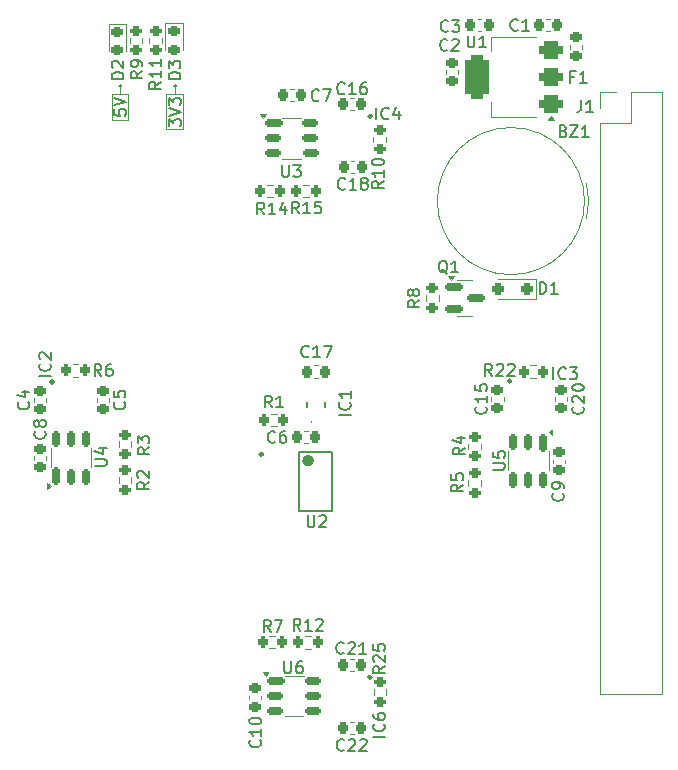
<source format=gbr>
%TF.GenerationSoftware,KiCad,Pcbnew,8.0.8*%
%TF.CreationDate,2025-09-12T17:13:46+02:00*%
%TF.ProjectId,kiba,6b696261-2e6b-4696-9361-645f70636258,rev?*%
%TF.SameCoordinates,Original*%
%TF.FileFunction,Legend,Top*%
%TF.FilePolarity,Positive*%
%FSLAX46Y46*%
G04 Gerber Fmt 4.6, Leading zero omitted, Abs format (unit mm)*
G04 Created by KiCad (PCBNEW 8.0.8) date 2025-09-12 17:13:46*
%MOMM*%
%LPD*%
G01*
G04 APERTURE LIST*
G04 Aperture macros list*
%AMRoundRect*
0 Rectangle with rounded corners*
0 $1 Rounding radius*
0 $2 $3 $4 $5 $6 $7 $8 $9 X,Y pos of 4 corners*
0 Add a 4 corners polygon primitive as box body*
4,1,4,$2,$3,$4,$5,$6,$7,$8,$9,$2,$3,0*
0 Add four circle primitives for the rounded corners*
1,1,$1+$1,$2,$3*
1,1,$1+$1,$4,$5*
1,1,$1+$1,$6,$7*
1,1,$1+$1,$8,$9*
0 Add four rect primitives between the rounded corners*
20,1,$1+$1,$2,$3,$4,$5,0*
20,1,$1+$1,$4,$5,$6,$7,0*
20,1,$1+$1,$6,$7,$8,$9,0*
20,1,$1+$1,$8,$9,$2,$3,0*%
G04 Aperture macros list end*
%ADD10C,0.100000*%
%ADD11C,0.150000*%
%ADD12C,0.120000*%
%ADD13C,0.250000*%
%ADD14C,0.200000*%
%ADD15C,0.500000*%
%ADD16RoundRect,0.200000X0.275000X-0.200000X0.275000X0.200000X-0.275000X0.200000X-0.275000X-0.200000X0*%
%ADD17RoundRect,0.200000X-0.275000X0.200000X-0.275000X-0.200000X0.275000X-0.200000X0.275000X0.200000X0*%
%ADD18RoundRect,0.175000X0.175000X-0.576250X0.175000X0.576250X-0.175000X0.576250X-0.175000X-0.576250X0*%
%ADD19RoundRect,0.175000X0.175000X-0.487500X0.175000X0.487500X-0.175000X0.487500X-0.175000X-0.487500X0*%
%ADD20R,0.450000X0.750000*%
%ADD21R,1.740000X1.350000*%
%ADD22RoundRect,0.225000X-0.250000X0.225000X-0.250000X-0.225000X0.250000X-0.225000X0.250000X0.225000X0*%
%ADD23R,1.955432X0.420766*%
%ADD24RoundRect,0.200000X0.200000X0.275000X-0.200000X0.275000X-0.200000X-0.275000X0.200000X-0.275000X0*%
%ADD25RoundRect,0.375000X0.625000X0.375000X-0.625000X0.375000X-0.625000X-0.375000X0.625000X-0.375000X0*%
%ADD26RoundRect,0.500000X0.500000X1.400000X-0.500000X1.400000X-0.500000X-1.400000X0.500000X-1.400000X0*%
%ADD27R,0.300000X0.500000*%
%ADD28RoundRect,0.225000X0.225000X0.250000X-0.225000X0.250000X-0.225000X-0.250000X0.225000X-0.250000X0*%
%ADD29R,2.000000X2.000000*%
%ADD30C,2.000000*%
%ADD31RoundRect,0.225000X-0.225000X-0.250000X0.225000X-0.250000X0.225000X0.250000X-0.225000X0.250000X0*%
%ADD32RoundRect,0.250000X0.250000X0.250000X-0.250000X0.250000X-0.250000X-0.250000X0.250000X-0.250000X0*%
%ADD33RoundRect,0.175000X-0.175000X0.576250X-0.175000X-0.576250X0.175000X-0.576250X0.175000X0.576250X0*%
%ADD34RoundRect,0.175000X-0.175000X0.487500X-0.175000X-0.487500X0.175000X-0.487500X0.175000X0.487500X0*%
%ADD35RoundRect,0.218750X-0.256250X0.218750X-0.256250X-0.218750X0.256250X-0.218750X0.256250X0.218750X0*%
%ADD36RoundRect,0.175000X-0.576250X-0.175000X0.576250X-0.175000X0.576250X0.175000X-0.576250X0.175000X0*%
%ADD37RoundRect,0.175000X-0.487500X-0.175000X0.487500X-0.175000X0.487500X0.175000X-0.487500X0.175000X0*%
%ADD38C,5.600000*%
%ADD39RoundRect,0.218750X0.256250X-0.218750X0.256250X0.218750X-0.256250X0.218750X-0.256250X-0.218750X0*%
%ADD40RoundRect,0.200000X-0.200000X-0.275000X0.200000X-0.275000X0.200000X0.275000X-0.200000X0.275000X0*%
%ADD41R,0.750000X0.450000*%
%ADD42R,1.350000X1.740000*%
%ADD43R,1.700000X1.700000*%
%ADD44O,1.700000X1.700000*%
%ADD45RoundRect,0.150000X-0.587500X-0.150000X0.587500X-0.150000X0.587500X0.150000X-0.587500X0.150000X0*%
%ADD46RoundRect,0.225000X0.250000X-0.225000X0.250000X0.225000X-0.250000X0.225000X-0.250000X-0.225000X0*%
G04 APERTURE END LIST*
D10*
X126025000Y-76950000D02*
X125285000Y-76945000D01*
X130075000Y-76240000D02*
X129925000Y-76090000D01*
X125285000Y-76945000D02*
X124595000Y-76940000D01*
X125135000Y-76245000D02*
X125435000Y-76245000D01*
X129925000Y-76090000D02*
X129775000Y-76240000D01*
X130665000Y-76945000D02*
X129925000Y-76940000D01*
X129925000Y-76940000D02*
X129925000Y-76090000D01*
X129925000Y-76940000D02*
X129235000Y-76935000D01*
X129235000Y-76935000D02*
X129235000Y-79900000D01*
X124595000Y-76940000D02*
X124595000Y-79130000D01*
X129775000Y-76240000D02*
X130075000Y-76240000D01*
X129235000Y-79900000D02*
X130665000Y-79900000D01*
X125285000Y-76095000D02*
X125135000Y-76245000D01*
X124595000Y-79130000D02*
X126025000Y-79130000D01*
X130665000Y-79900000D02*
X130665000Y-76945000D01*
X125435000Y-76245000D02*
X125285000Y-76095000D01*
X125285000Y-76945000D02*
X125285000Y-76095000D01*
X126025000Y-79130000D02*
X126025000Y-76950000D01*
D11*
X129454819Y-79658458D02*
X129454819Y-79039411D01*
X129454819Y-79039411D02*
X129835771Y-79372744D01*
X129835771Y-79372744D02*
X129835771Y-79229887D01*
X129835771Y-79229887D02*
X129883390Y-79134649D01*
X129883390Y-79134649D02*
X129931009Y-79087030D01*
X129931009Y-79087030D02*
X130026247Y-79039411D01*
X130026247Y-79039411D02*
X130264342Y-79039411D01*
X130264342Y-79039411D02*
X130359580Y-79087030D01*
X130359580Y-79087030D02*
X130407200Y-79134649D01*
X130407200Y-79134649D02*
X130454819Y-79229887D01*
X130454819Y-79229887D02*
X130454819Y-79515601D01*
X130454819Y-79515601D02*
X130407200Y-79610839D01*
X130407200Y-79610839D02*
X130359580Y-79658458D01*
X129454819Y-78753696D02*
X130454819Y-78420363D01*
X130454819Y-78420363D02*
X129454819Y-78087030D01*
X129454819Y-77848934D02*
X129454819Y-77229887D01*
X129454819Y-77229887D02*
X129835771Y-77563220D01*
X129835771Y-77563220D02*
X129835771Y-77420363D01*
X129835771Y-77420363D02*
X129883390Y-77325125D01*
X129883390Y-77325125D02*
X129931009Y-77277506D01*
X129931009Y-77277506D02*
X130026247Y-77229887D01*
X130026247Y-77229887D02*
X130264342Y-77229887D01*
X130264342Y-77229887D02*
X130359580Y-77277506D01*
X130359580Y-77277506D02*
X130407200Y-77325125D01*
X130407200Y-77325125D02*
X130454819Y-77420363D01*
X130454819Y-77420363D02*
X130454819Y-77706077D01*
X130454819Y-77706077D02*
X130407200Y-77801315D01*
X130407200Y-77801315D02*
X130359580Y-77848934D01*
X124814819Y-78217030D02*
X124814819Y-78693220D01*
X124814819Y-78693220D02*
X125291009Y-78740839D01*
X125291009Y-78740839D02*
X125243390Y-78693220D01*
X125243390Y-78693220D02*
X125195771Y-78597982D01*
X125195771Y-78597982D02*
X125195771Y-78359887D01*
X125195771Y-78359887D02*
X125243390Y-78264649D01*
X125243390Y-78264649D02*
X125291009Y-78217030D01*
X125291009Y-78217030D02*
X125386247Y-78169411D01*
X125386247Y-78169411D02*
X125624342Y-78169411D01*
X125624342Y-78169411D02*
X125719580Y-78217030D01*
X125719580Y-78217030D02*
X125767200Y-78264649D01*
X125767200Y-78264649D02*
X125814819Y-78359887D01*
X125814819Y-78359887D02*
X125814819Y-78597982D01*
X125814819Y-78597982D02*
X125767200Y-78693220D01*
X125767200Y-78693220D02*
X125719580Y-78740839D01*
X124814819Y-77883696D02*
X125814819Y-77550363D01*
X125814819Y-77550363D02*
X124814819Y-77217030D01*
X147624819Y-84287857D02*
X147148628Y-84621190D01*
X147624819Y-84859285D02*
X146624819Y-84859285D01*
X146624819Y-84859285D02*
X146624819Y-84478333D01*
X146624819Y-84478333D02*
X146672438Y-84383095D01*
X146672438Y-84383095D02*
X146720057Y-84335476D01*
X146720057Y-84335476D02*
X146815295Y-84287857D01*
X146815295Y-84287857D02*
X146958152Y-84287857D01*
X146958152Y-84287857D02*
X147053390Y-84335476D01*
X147053390Y-84335476D02*
X147101009Y-84383095D01*
X147101009Y-84383095D02*
X147148628Y-84478333D01*
X147148628Y-84478333D02*
X147148628Y-84859285D01*
X147624819Y-83335476D02*
X147624819Y-83906904D01*
X147624819Y-83621190D02*
X146624819Y-83621190D01*
X146624819Y-83621190D02*
X146767676Y-83716428D01*
X146767676Y-83716428D02*
X146862914Y-83811666D01*
X146862914Y-83811666D02*
X146910533Y-83906904D01*
X146624819Y-82716428D02*
X146624819Y-82621190D01*
X146624819Y-82621190D02*
X146672438Y-82525952D01*
X146672438Y-82525952D02*
X146720057Y-82478333D01*
X146720057Y-82478333D02*
X146815295Y-82430714D01*
X146815295Y-82430714D02*
X147005771Y-82383095D01*
X147005771Y-82383095D02*
X147243866Y-82383095D01*
X147243866Y-82383095D02*
X147434342Y-82430714D01*
X147434342Y-82430714D02*
X147529580Y-82478333D01*
X147529580Y-82478333D02*
X147577200Y-82525952D01*
X147577200Y-82525952D02*
X147624819Y-82621190D01*
X147624819Y-82621190D02*
X147624819Y-82716428D01*
X147624819Y-82716428D02*
X147577200Y-82811666D01*
X147577200Y-82811666D02*
X147529580Y-82859285D01*
X147529580Y-82859285D02*
X147434342Y-82906904D01*
X147434342Y-82906904D02*
X147243866Y-82954523D01*
X147243866Y-82954523D02*
X147005771Y-82954523D01*
X147005771Y-82954523D02*
X146815295Y-82906904D01*
X146815295Y-82906904D02*
X146720057Y-82859285D01*
X146720057Y-82859285D02*
X146672438Y-82811666D01*
X146672438Y-82811666D02*
X146624819Y-82716428D01*
X127794819Y-106836666D02*
X127318628Y-107169999D01*
X127794819Y-107408094D02*
X126794819Y-107408094D01*
X126794819Y-107408094D02*
X126794819Y-107027142D01*
X126794819Y-107027142D02*
X126842438Y-106931904D01*
X126842438Y-106931904D02*
X126890057Y-106884285D01*
X126890057Y-106884285D02*
X126985295Y-106836666D01*
X126985295Y-106836666D02*
X127128152Y-106836666D01*
X127128152Y-106836666D02*
X127223390Y-106884285D01*
X127223390Y-106884285D02*
X127271009Y-106931904D01*
X127271009Y-106931904D02*
X127318628Y-107027142D01*
X127318628Y-107027142D02*
X127318628Y-107408094D01*
X126794819Y-106503332D02*
X126794819Y-105884285D01*
X126794819Y-105884285D02*
X127175771Y-106217618D01*
X127175771Y-106217618D02*
X127175771Y-106074761D01*
X127175771Y-106074761D02*
X127223390Y-105979523D01*
X127223390Y-105979523D02*
X127271009Y-105931904D01*
X127271009Y-105931904D02*
X127366247Y-105884285D01*
X127366247Y-105884285D02*
X127604342Y-105884285D01*
X127604342Y-105884285D02*
X127699580Y-105931904D01*
X127699580Y-105931904D02*
X127747200Y-105979523D01*
X127747200Y-105979523D02*
X127794819Y-106074761D01*
X127794819Y-106074761D02*
X127794819Y-106360475D01*
X127794819Y-106360475D02*
X127747200Y-106455713D01*
X127747200Y-106455713D02*
X127699580Y-106503332D01*
X123174819Y-108391904D02*
X123984342Y-108391904D01*
X123984342Y-108391904D02*
X124079580Y-108344285D01*
X124079580Y-108344285D02*
X124127200Y-108296666D01*
X124127200Y-108296666D02*
X124174819Y-108201428D01*
X124174819Y-108201428D02*
X124174819Y-108010952D01*
X124174819Y-108010952D02*
X124127200Y-107915714D01*
X124127200Y-107915714D02*
X124079580Y-107868095D01*
X124079580Y-107868095D02*
X123984342Y-107820476D01*
X123984342Y-107820476D02*
X123174819Y-107820476D01*
X123508152Y-106915714D02*
X124174819Y-106915714D01*
X123127200Y-107153809D02*
X123841485Y-107391904D01*
X123841485Y-107391904D02*
X123841485Y-106772857D01*
X147013810Y-79059819D02*
X147013810Y-78059819D01*
X148061428Y-78964580D02*
X148013809Y-79012200D01*
X148013809Y-79012200D02*
X147870952Y-79059819D01*
X147870952Y-79059819D02*
X147775714Y-79059819D01*
X147775714Y-79059819D02*
X147632857Y-79012200D01*
X147632857Y-79012200D02*
X147537619Y-78916961D01*
X147537619Y-78916961D02*
X147490000Y-78821723D01*
X147490000Y-78821723D02*
X147442381Y-78631247D01*
X147442381Y-78631247D02*
X147442381Y-78488390D01*
X147442381Y-78488390D02*
X147490000Y-78297914D01*
X147490000Y-78297914D02*
X147537619Y-78202676D01*
X147537619Y-78202676D02*
X147632857Y-78107438D01*
X147632857Y-78107438D02*
X147775714Y-78059819D01*
X147775714Y-78059819D02*
X147870952Y-78059819D01*
X147870952Y-78059819D02*
X148013809Y-78107438D01*
X148013809Y-78107438D02*
X148061428Y-78155057D01*
X148918571Y-78393152D02*
X148918571Y-79059819D01*
X148680476Y-78012200D02*
X148442381Y-78726485D01*
X148442381Y-78726485D02*
X149061428Y-78726485D01*
X125669580Y-102986666D02*
X125717200Y-103034285D01*
X125717200Y-103034285D02*
X125764819Y-103177142D01*
X125764819Y-103177142D02*
X125764819Y-103272380D01*
X125764819Y-103272380D02*
X125717200Y-103415237D01*
X125717200Y-103415237D02*
X125621961Y-103510475D01*
X125621961Y-103510475D02*
X125526723Y-103558094D01*
X125526723Y-103558094D02*
X125336247Y-103605713D01*
X125336247Y-103605713D02*
X125193390Y-103605713D01*
X125193390Y-103605713D02*
X125002914Y-103558094D01*
X125002914Y-103558094D02*
X124907676Y-103510475D01*
X124907676Y-103510475D02*
X124812438Y-103415237D01*
X124812438Y-103415237D02*
X124764819Y-103272380D01*
X124764819Y-103272380D02*
X124764819Y-103177142D01*
X124764819Y-103177142D02*
X124812438Y-103034285D01*
X124812438Y-103034285D02*
X124860057Y-102986666D01*
X124764819Y-102081904D02*
X124764819Y-102558094D01*
X124764819Y-102558094D02*
X125241009Y-102605713D01*
X125241009Y-102605713D02*
X125193390Y-102558094D01*
X125193390Y-102558094D02*
X125145771Y-102462856D01*
X125145771Y-102462856D02*
X125145771Y-102224761D01*
X125145771Y-102224761D02*
X125193390Y-102129523D01*
X125193390Y-102129523D02*
X125241009Y-102081904D01*
X125241009Y-102081904D02*
X125336247Y-102034285D01*
X125336247Y-102034285D02*
X125574342Y-102034285D01*
X125574342Y-102034285D02*
X125669580Y-102081904D01*
X125669580Y-102081904D02*
X125717200Y-102129523D01*
X125717200Y-102129523D02*
X125764819Y-102224761D01*
X125764819Y-102224761D02*
X125764819Y-102462856D01*
X125764819Y-102462856D02*
X125717200Y-102558094D01*
X125717200Y-102558094D02*
X125669580Y-102605713D01*
X141198095Y-112584819D02*
X141198095Y-113394342D01*
X141198095Y-113394342D02*
X141245714Y-113489580D01*
X141245714Y-113489580D02*
X141293333Y-113537200D01*
X141293333Y-113537200D02*
X141388571Y-113584819D01*
X141388571Y-113584819D02*
X141579047Y-113584819D01*
X141579047Y-113584819D02*
X141674285Y-113537200D01*
X141674285Y-113537200D02*
X141721904Y-113489580D01*
X141721904Y-113489580D02*
X141769523Y-113394342D01*
X141769523Y-113394342D02*
X141769523Y-112584819D01*
X142198095Y-112680057D02*
X142245714Y-112632438D01*
X142245714Y-112632438D02*
X142340952Y-112584819D01*
X142340952Y-112584819D02*
X142579047Y-112584819D01*
X142579047Y-112584819D02*
X142674285Y-112632438D01*
X142674285Y-112632438D02*
X142721904Y-112680057D01*
X142721904Y-112680057D02*
X142769523Y-112775295D01*
X142769523Y-112775295D02*
X142769523Y-112870533D01*
X142769523Y-112870533D02*
X142721904Y-113013390D01*
X142721904Y-113013390D02*
X142150476Y-113584819D01*
X142150476Y-113584819D02*
X142769523Y-113584819D01*
X140457142Y-87024819D02*
X140123809Y-86548628D01*
X139885714Y-87024819D02*
X139885714Y-86024819D01*
X139885714Y-86024819D02*
X140266666Y-86024819D01*
X140266666Y-86024819D02*
X140361904Y-86072438D01*
X140361904Y-86072438D02*
X140409523Y-86120057D01*
X140409523Y-86120057D02*
X140457142Y-86215295D01*
X140457142Y-86215295D02*
X140457142Y-86358152D01*
X140457142Y-86358152D02*
X140409523Y-86453390D01*
X140409523Y-86453390D02*
X140361904Y-86501009D01*
X140361904Y-86501009D02*
X140266666Y-86548628D01*
X140266666Y-86548628D02*
X139885714Y-86548628D01*
X141409523Y-87024819D02*
X140838095Y-87024819D01*
X141123809Y-87024819D02*
X141123809Y-86024819D01*
X141123809Y-86024819D02*
X141028571Y-86167676D01*
X141028571Y-86167676D02*
X140933333Y-86262914D01*
X140933333Y-86262914D02*
X140838095Y-86310533D01*
X142314285Y-86024819D02*
X141838095Y-86024819D01*
X141838095Y-86024819D02*
X141790476Y-86501009D01*
X141790476Y-86501009D02*
X141838095Y-86453390D01*
X141838095Y-86453390D02*
X141933333Y-86405771D01*
X141933333Y-86405771D02*
X142171428Y-86405771D01*
X142171428Y-86405771D02*
X142266666Y-86453390D01*
X142266666Y-86453390D02*
X142314285Y-86501009D01*
X142314285Y-86501009D02*
X142361904Y-86596247D01*
X142361904Y-86596247D02*
X142361904Y-86834342D01*
X142361904Y-86834342D02*
X142314285Y-86929580D01*
X142314285Y-86929580D02*
X142266666Y-86977200D01*
X142266666Y-86977200D02*
X142171428Y-87024819D01*
X142171428Y-87024819D02*
X141933333Y-87024819D01*
X141933333Y-87024819D02*
X141838095Y-86977200D01*
X141838095Y-86977200D02*
X141790476Y-86929580D01*
X154743095Y-71964819D02*
X154743095Y-72774342D01*
X154743095Y-72774342D02*
X154790714Y-72869580D01*
X154790714Y-72869580D02*
X154838333Y-72917200D01*
X154838333Y-72917200D02*
X154933571Y-72964819D01*
X154933571Y-72964819D02*
X155124047Y-72964819D01*
X155124047Y-72964819D02*
X155219285Y-72917200D01*
X155219285Y-72917200D02*
X155266904Y-72869580D01*
X155266904Y-72869580D02*
X155314523Y-72774342D01*
X155314523Y-72774342D02*
X155314523Y-71964819D01*
X156314523Y-72964819D02*
X155743095Y-72964819D01*
X156028809Y-72964819D02*
X156028809Y-71964819D01*
X156028809Y-71964819D02*
X155933571Y-72107676D01*
X155933571Y-72107676D02*
X155838333Y-72202914D01*
X155838333Y-72202914D02*
X155743095Y-72250533D01*
X128779819Y-75877857D02*
X128303628Y-76211190D01*
X128779819Y-76449285D02*
X127779819Y-76449285D01*
X127779819Y-76449285D02*
X127779819Y-76068333D01*
X127779819Y-76068333D02*
X127827438Y-75973095D01*
X127827438Y-75973095D02*
X127875057Y-75925476D01*
X127875057Y-75925476D02*
X127970295Y-75877857D01*
X127970295Y-75877857D02*
X128113152Y-75877857D01*
X128113152Y-75877857D02*
X128208390Y-75925476D01*
X128208390Y-75925476D02*
X128256009Y-75973095D01*
X128256009Y-75973095D02*
X128303628Y-76068333D01*
X128303628Y-76068333D02*
X128303628Y-76449285D01*
X128779819Y-74925476D02*
X128779819Y-75496904D01*
X128779819Y-75211190D02*
X127779819Y-75211190D01*
X127779819Y-75211190D02*
X127922676Y-75306428D01*
X127922676Y-75306428D02*
X128017914Y-75401666D01*
X128017914Y-75401666D02*
X128065533Y-75496904D01*
X128779819Y-73973095D02*
X128779819Y-74544523D01*
X128779819Y-74258809D02*
X127779819Y-74258809D01*
X127779819Y-74258809D02*
X127922676Y-74354047D01*
X127922676Y-74354047D02*
X128017914Y-74449285D01*
X128017914Y-74449285D02*
X128065533Y-74544523D01*
X162809580Y-110736666D02*
X162857200Y-110784285D01*
X162857200Y-110784285D02*
X162904819Y-110927142D01*
X162904819Y-110927142D02*
X162904819Y-111022380D01*
X162904819Y-111022380D02*
X162857200Y-111165237D01*
X162857200Y-111165237D02*
X162761961Y-111260475D01*
X162761961Y-111260475D02*
X162666723Y-111308094D01*
X162666723Y-111308094D02*
X162476247Y-111355713D01*
X162476247Y-111355713D02*
X162333390Y-111355713D01*
X162333390Y-111355713D02*
X162142914Y-111308094D01*
X162142914Y-111308094D02*
X162047676Y-111260475D01*
X162047676Y-111260475D02*
X161952438Y-111165237D01*
X161952438Y-111165237D02*
X161904819Y-111022380D01*
X161904819Y-111022380D02*
X161904819Y-110927142D01*
X161904819Y-110927142D02*
X161952438Y-110784285D01*
X161952438Y-110784285D02*
X162000057Y-110736666D01*
X162904819Y-110260475D02*
X162904819Y-110069999D01*
X162904819Y-110069999D02*
X162857200Y-109974761D01*
X162857200Y-109974761D02*
X162809580Y-109927142D01*
X162809580Y-109927142D02*
X162666723Y-109831904D01*
X162666723Y-109831904D02*
X162476247Y-109784285D01*
X162476247Y-109784285D02*
X162095295Y-109784285D01*
X162095295Y-109784285D02*
X162000057Y-109831904D01*
X162000057Y-109831904D02*
X161952438Y-109879523D01*
X161952438Y-109879523D02*
X161904819Y-109974761D01*
X161904819Y-109974761D02*
X161904819Y-110165237D01*
X161904819Y-110165237D02*
X161952438Y-110260475D01*
X161952438Y-110260475D02*
X162000057Y-110308094D01*
X162000057Y-110308094D02*
X162095295Y-110355713D01*
X162095295Y-110355713D02*
X162333390Y-110355713D01*
X162333390Y-110355713D02*
X162428628Y-110308094D01*
X162428628Y-110308094D02*
X162476247Y-110260475D01*
X162476247Y-110260475D02*
X162523866Y-110165237D01*
X162523866Y-110165237D02*
X162523866Y-109974761D01*
X162523866Y-109974761D02*
X162476247Y-109879523D01*
X162476247Y-109879523D02*
X162428628Y-109831904D01*
X162428628Y-109831904D02*
X162333390Y-109784285D01*
X154504819Y-106861666D02*
X154028628Y-107194999D01*
X154504819Y-107433094D02*
X153504819Y-107433094D01*
X153504819Y-107433094D02*
X153504819Y-107052142D01*
X153504819Y-107052142D02*
X153552438Y-106956904D01*
X153552438Y-106956904D02*
X153600057Y-106909285D01*
X153600057Y-106909285D02*
X153695295Y-106861666D01*
X153695295Y-106861666D02*
X153838152Y-106861666D01*
X153838152Y-106861666D02*
X153933390Y-106909285D01*
X153933390Y-106909285D02*
X153981009Y-106956904D01*
X153981009Y-106956904D02*
X154028628Y-107052142D01*
X154028628Y-107052142D02*
X154028628Y-107433094D01*
X153838152Y-106004523D02*
X154504819Y-106004523D01*
X153457200Y-106242618D02*
X154171485Y-106480713D01*
X154171485Y-106480713D02*
X154171485Y-105861666D01*
X144844819Y-104066189D02*
X143844819Y-104066189D01*
X144749580Y-103018571D02*
X144797200Y-103066190D01*
X144797200Y-103066190D02*
X144844819Y-103209047D01*
X144844819Y-103209047D02*
X144844819Y-103304285D01*
X144844819Y-103304285D02*
X144797200Y-103447142D01*
X144797200Y-103447142D02*
X144701961Y-103542380D01*
X144701961Y-103542380D02*
X144606723Y-103589999D01*
X144606723Y-103589999D02*
X144416247Y-103637618D01*
X144416247Y-103637618D02*
X144273390Y-103637618D01*
X144273390Y-103637618D02*
X144082914Y-103589999D01*
X144082914Y-103589999D02*
X143987676Y-103542380D01*
X143987676Y-103542380D02*
X143892438Y-103447142D01*
X143892438Y-103447142D02*
X143844819Y-103304285D01*
X143844819Y-103304285D02*
X143844819Y-103209047D01*
X143844819Y-103209047D02*
X143892438Y-103066190D01*
X143892438Y-103066190D02*
X143940057Y-103018571D01*
X144844819Y-102066190D02*
X144844819Y-102637618D01*
X144844819Y-102351904D02*
X143844819Y-102351904D01*
X143844819Y-102351904D02*
X143987676Y-102447142D01*
X143987676Y-102447142D02*
X144082914Y-102542380D01*
X144082914Y-102542380D02*
X144130533Y-102637618D01*
X144367142Y-84914580D02*
X144319523Y-84962200D01*
X144319523Y-84962200D02*
X144176666Y-85009819D01*
X144176666Y-85009819D02*
X144081428Y-85009819D01*
X144081428Y-85009819D02*
X143938571Y-84962200D01*
X143938571Y-84962200D02*
X143843333Y-84866961D01*
X143843333Y-84866961D02*
X143795714Y-84771723D01*
X143795714Y-84771723D02*
X143748095Y-84581247D01*
X143748095Y-84581247D02*
X143748095Y-84438390D01*
X143748095Y-84438390D02*
X143795714Y-84247914D01*
X143795714Y-84247914D02*
X143843333Y-84152676D01*
X143843333Y-84152676D02*
X143938571Y-84057438D01*
X143938571Y-84057438D02*
X144081428Y-84009819D01*
X144081428Y-84009819D02*
X144176666Y-84009819D01*
X144176666Y-84009819D02*
X144319523Y-84057438D01*
X144319523Y-84057438D02*
X144367142Y-84105057D01*
X145319523Y-85009819D02*
X144748095Y-85009819D01*
X145033809Y-85009819D02*
X145033809Y-84009819D01*
X145033809Y-84009819D02*
X144938571Y-84152676D01*
X144938571Y-84152676D02*
X144843333Y-84247914D01*
X144843333Y-84247914D02*
X144748095Y-84295533D01*
X145890952Y-84438390D02*
X145795714Y-84390771D01*
X145795714Y-84390771D02*
X145748095Y-84343152D01*
X145748095Y-84343152D02*
X145700476Y-84247914D01*
X145700476Y-84247914D02*
X145700476Y-84200295D01*
X145700476Y-84200295D02*
X145748095Y-84105057D01*
X145748095Y-84105057D02*
X145795714Y-84057438D01*
X145795714Y-84057438D02*
X145890952Y-84009819D01*
X145890952Y-84009819D02*
X146081428Y-84009819D01*
X146081428Y-84009819D02*
X146176666Y-84057438D01*
X146176666Y-84057438D02*
X146224285Y-84105057D01*
X146224285Y-84105057D02*
X146271904Y-84200295D01*
X146271904Y-84200295D02*
X146271904Y-84247914D01*
X146271904Y-84247914D02*
X146224285Y-84343152D01*
X146224285Y-84343152D02*
X146176666Y-84390771D01*
X146176666Y-84390771D02*
X146081428Y-84438390D01*
X146081428Y-84438390D02*
X145890952Y-84438390D01*
X145890952Y-84438390D02*
X145795714Y-84486009D01*
X145795714Y-84486009D02*
X145748095Y-84533628D01*
X145748095Y-84533628D02*
X145700476Y-84628866D01*
X145700476Y-84628866D02*
X145700476Y-84819342D01*
X145700476Y-84819342D02*
X145748095Y-84914580D01*
X145748095Y-84914580D02*
X145795714Y-84962200D01*
X145795714Y-84962200D02*
X145890952Y-85009819D01*
X145890952Y-85009819D02*
X146081428Y-85009819D01*
X146081428Y-85009819D02*
X146176666Y-84962200D01*
X146176666Y-84962200D02*
X146224285Y-84914580D01*
X146224285Y-84914580D02*
X146271904Y-84819342D01*
X146271904Y-84819342D02*
X146271904Y-84628866D01*
X146271904Y-84628866D02*
X146224285Y-84533628D01*
X146224285Y-84533628D02*
X146176666Y-84486009D01*
X146176666Y-84486009D02*
X146081428Y-84438390D01*
X162854047Y-80051009D02*
X162996904Y-80098628D01*
X162996904Y-80098628D02*
X163044523Y-80146247D01*
X163044523Y-80146247D02*
X163092142Y-80241485D01*
X163092142Y-80241485D02*
X163092142Y-80384342D01*
X163092142Y-80384342D02*
X163044523Y-80479580D01*
X163044523Y-80479580D02*
X162996904Y-80527200D01*
X162996904Y-80527200D02*
X162901666Y-80574819D01*
X162901666Y-80574819D02*
X162520714Y-80574819D01*
X162520714Y-80574819D02*
X162520714Y-79574819D01*
X162520714Y-79574819D02*
X162854047Y-79574819D01*
X162854047Y-79574819D02*
X162949285Y-79622438D01*
X162949285Y-79622438D02*
X162996904Y-79670057D01*
X162996904Y-79670057D02*
X163044523Y-79765295D01*
X163044523Y-79765295D02*
X163044523Y-79860533D01*
X163044523Y-79860533D02*
X162996904Y-79955771D01*
X162996904Y-79955771D02*
X162949285Y-80003390D01*
X162949285Y-80003390D02*
X162854047Y-80051009D01*
X162854047Y-80051009D02*
X162520714Y-80051009D01*
X163425476Y-79574819D02*
X164092142Y-79574819D01*
X164092142Y-79574819D02*
X163425476Y-80574819D01*
X163425476Y-80574819D02*
X164092142Y-80574819D01*
X164996904Y-80574819D02*
X164425476Y-80574819D01*
X164711190Y-80574819D02*
X164711190Y-79574819D01*
X164711190Y-79574819D02*
X164615952Y-79717676D01*
X164615952Y-79717676D02*
X164520714Y-79812914D01*
X164520714Y-79812914D02*
X164425476Y-79860533D01*
X147729819Y-131316189D02*
X146729819Y-131316189D01*
X147634580Y-130268571D02*
X147682200Y-130316190D01*
X147682200Y-130316190D02*
X147729819Y-130459047D01*
X147729819Y-130459047D02*
X147729819Y-130554285D01*
X147729819Y-130554285D02*
X147682200Y-130697142D01*
X147682200Y-130697142D02*
X147586961Y-130792380D01*
X147586961Y-130792380D02*
X147491723Y-130839999D01*
X147491723Y-130839999D02*
X147301247Y-130887618D01*
X147301247Y-130887618D02*
X147158390Y-130887618D01*
X147158390Y-130887618D02*
X146967914Y-130839999D01*
X146967914Y-130839999D02*
X146872676Y-130792380D01*
X146872676Y-130792380D02*
X146777438Y-130697142D01*
X146777438Y-130697142D02*
X146729819Y-130554285D01*
X146729819Y-130554285D02*
X146729819Y-130459047D01*
X146729819Y-130459047D02*
X146777438Y-130316190D01*
X146777438Y-130316190D02*
X146825057Y-130268571D01*
X146729819Y-129411428D02*
X146729819Y-129601904D01*
X146729819Y-129601904D02*
X146777438Y-129697142D01*
X146777438Y-129697142D02*
X146825057Y-129744761D01*
X146825057Y-129744761D02*
X146967914Y-129839999D01*
X146967914Y-129839999D02*
X147158390Y-129887618D01*
X147158390Y-129887618D02*
X147539342Y-129887618D01*
X147539342Y-129887618D02*
X147634580Y-129839999D01*
X147634580Y-129839999D02*
X147682200Y-129792380D01*
X147682200Y-129792380D02*
X147729819Y-129697142D01*
X147729819Y-129697142D02*
X147729819Y-129506666D01*
X147729819Y-129506666D02*
X147682200Y-129411428D01*
X147682200Y-129411428D02*
X147634580Y-129363809D01*
X147634580Y-129363809D02*
X147539342Y-129316190D01*
X147539342Y-129316190D02*
X147301247Y-129316190D01*
X147301247Y-129316190D02*
X147206009Y-129363809D01*
X147206009Y-129363809D02*
X147158390Y-129411428D01*
X147158390Y-129411428D02*
X147110771Y-129506666D01*
X147110771Y-129506666D02*
X147110771Y-129697142D01*
X147110771Y-129697142D02*
X147158390Y-129792380D01*
X147158390Y-129792380D02*
X147206009Y-129839999D01*
X147206009Y-129839999D02*
X147301247Y-129887618D01*
X123728333Y-100784819D02*
X123395000Y-100308628D01*
X123156905Y-100784819D02*
X123156905Y-99784819D01*
X123156905Y-99784819D02*
X123537857Y-99784819D01*
X123537857Y-99784819D02*
X123633095Y-99832438D01*
X123633095Y-99832438D02*
X123680714Y-99880057D01*
X123680714Y-99880057D02*
X123728333Y-99975295D01*
X123728333Y-99975295D02*
X123728333Y-100118152D01*
X123728333Y-100118152D02*
X123680714Y-100213390D01*
X123680714Y-100213390D02*
X123633095Y-100261009D01*
X123633095Y-100261009D02*
X123537857Y-100308628D01*
X123537857Y-100308628D02*
X123156905Y-100308628D01*
X124585476Y-99784819D02*
X124395000Y-99784819D01*
X124395000Y-99784819D02*
X124299762Y-99832438D01*
X124299762Y-99832438D02*
X124252143Y-99880057D01*
X124252143Y-99880057D02*
X124156905Y-100022914D01*
X124156905Y-100022914D02*
X124109286Y-100213390D01*
X124109286Y-100213390D02*
X124109286Y-100594342D01*
X124109286Y-100594342D02*
X124156905Y-100689580D01*
X124156905Y-100689580D02*
X124204524Y-100737200D01*
X124204524Y-100737200D02*
X124299762Y-100784819D01*
X124299762Y-100784819D02*
X124490238Y-100784819D01*
X124490238Y-100784819D02*
X124585476Y-100737200D01*
X124585476Y-100737200D02*
X124633095Y-100689580D01*
X124633095Y-100689580D02*
X124680714Y-100594342D01*
X124680714Y-100594342D02*
X124680714Y-100356247D01*
X124680714Y-100356247D02*
X124633095Y-100261009D01*
X124633095Y-100261009D02*
X124585476Y-100213390D01*
X124585476Y-100213390D02*
X124490238Y-100165771D01*
X124490238Y-100165771D02*
X124299762Y-100165771D01*
X124299762Y-100165771D02*
X124204524Y-100213390D01*
X124204524Y-100213390D02*
X124156905Y-100261009D01*
X124156905Y-100261009D02*
X124109286Y-100356247D01*
X140587142Y-122354819D02*
X140253809Y-121878628D01*
X140015714Y-122354819D02*
X140015714Y-121354819D01*
X140015714Y-121354819D02*
X140396666Y-121354819D01*
X140396666Y-121354819D02*
X140491904Y-121402438D01*
X140491904Y-121402438D02*
X140539523Y-121450057D01*
X140539523Y-121450057D02*
X140587142Y-121545295D01*
X140587142Y-121545295D02*
X140587142Y-121688152D01*
X140587142Y-121688152D02*
X140539523Y-121783390D01*
X140539523Y-121783390D02*
X140491904Y-121831009D01*
X140491904Y-121831009D02*
X140396666Y-121878628D01*
X140396666Y-121878628D02*
X140015714Y-121878628D01*
X141539523Y-122354819D02*
X140968095Y-122354819D01*
X141253809Y-122354819D02*
X141253809Y-121354819D01*
X141253809Y-121354819D02*
X141158571Y-121497676D01*
X141158571Y-121497676D02*
X141063333Y-121592914D01*
X141063333Y-121592914D02*
X140968095Y-121640533D01*
X141920476Y-121450057D02*
X141968095Y-121402438D01*
X141968095Y-121402438D02*
X142063333Y-121354819D01*
X142063333Y-121354819D02*
X142301428Y-121354819D01*
X142301428Y-121354819D02*
X142396666Y-121402438D01*
X142396666Y-121402438D02*
X142444285Y-121450057D01*
X142444285Y-121450057D02*
X142491904Y-121545295D01*
X142491904Y-121545295D02*
X142491904Y-121640533D01*
X142491904Y-121640533D02*
X142444285Y-121783390D01*
X142444285Y-121783390D02*
X141872857Y-122354819D01*
X141872857Y-122354819D02*
X142491904Y-122354819D01*
X153088333Y-71569580D02*
X153040714Y-71617200D01*
X153040714Y-71617200D02*
X152897857Y-71664819D01*
X152897857Y-71664819D02*
X152802619Y-71664819D01*
X152802619Y-71664819D02*
X152659762Y-71617200D01*
X152659762Y-71617200D02*
X152564524Y-71521961D01*
X152564524Y-71521961D02*
X152516905Y-71426723D01*
X152516905Y-71426723D02*
X152469286Y-71236247D01*
X152469286Y-71236247D02*
X152469286Y-71093390D01*
X152469286Y-71093390D02*
X152516905Y-70902914D01*
X152516905Y-70902914D02*
X152564524Y-70807676D01*
X152564524Y-70807676D02*
X152659762Y-70712438D01*
X152659762Y-70712438D02*
X152802619Y-70664819D01*
X152802619Y-70664819D02*
X152897857Y-70664819D01*
X152897857Y-70664819D02*
X153040714Y-70712438D01*
X153040714Y-70712438D02*
X153088333Y-70760057D01*
X153421667Y-70664819D02*
X154040714Y-70664819D01*
X154040714Y-70664819D02*
X153707381Y-71045771D01*
X153707381Y-71045771D02*
X153850238Y-71045771D01*
X153850238Y-71045771D02*
X153945476Y-71093390D01*
X153945476Y-71093390D02*
X153993095Y-71141009D01*
X153993095Y-71141009D02*
X154040714Y-71236247D01*
X154040714Y-71236247D02*
X154040714Y-71474342D01*
X154040714Y-71474342D02*
X153993095Y-71569580D01*
X153993095Y-71569580D02*
X153945476Y-71617200D01*
X153945476Y-71617200D02*
X153850238Y-71664819D01*
X153850238Y-71664819D02*
X153564524Y-71664819D01*
X153564524Y-71664819D02*
X153469286Y-71617200D01*
X153469286Y-71617200D02*
X153421667Y-71569580D01*
X160846905Y-93834819D02*
X160846905Y-92834819D01*
X160846905Y-92834819D02*
X161085000Y-92834819D01*
X161085000Y-92834819D02*
X161227857Y-92882438D01*
X161227857Y-92882438D02*
X161323095Y-92977676D01*
X161323095Y-92977676D02*
X161370714Y-93072914D01*
X161370714Y-93072914D02*
X161418333Y-93263390D01*
X161418333Y-93263390D02*
X161418333Y-93406247D01*
X161418333Y-93406247D02*
X161370714Y-93596723D01*
X161370714Y-93596723D02*
X161323095Y-93691961D01*
X161323095Y-93691961D02*
X161227857Y-93787200D01*
X161227857Y-93787200D02*
X161085000Y-93834819D01*
X161085000Y-93834819D02*
X160846905Y-93834819D01*
X162370714Y-93834819D02*
X161799286Y-93834819D01*
X162085000Y-93834819D02*
X162085000Y-92834819D01*
X162085000Y-92834819D02*
X161989762Y-92977676D01*
X161989762Y-92977676D02*
X161894524Y-93072914D01*
X161894524Y-93072914D02*
X161799286Y-93120533D01*
X153028333Y-73159580D02*
X152980714Y-73207200D01*
X152980714Y-73207200D02*
X152837857Y-73254819D01*
X152837857Y-73254819D02*
X152742619Y-73254819D01*
X152742619Y-73254819D02*
X152599762Y-73207200D01*
X152599762Y-73207200D02*
X152504524Y-73111961D01*
X152504524Y-73111961D02*
X152456905Y-73016723D01*
X152456905Y-73016723D02*
X152409286Y-72826247D01*
X152409286Y-72826247D02*
X152409286Y-72683390D01*
X152409286Y-72683390D02*
X152456905Y-72492914D01*
X152456905Y-72492914D02*
X152504524Y-72397676D01*
X152504524Y-72397676D02*
X152599762Y-72302438D01*
X152599762Y-72302438D02*
X152742619Y-72254819D01*
X152742619Y-72254819D02*
X152837857Y-72254819D01*
X152837857Y-72254819D02*
X152980714Y-72302438D01*
X152980714Y-72302438D02*
X153028333Y-72350057D01*
X153409286Y-72350057D02*
X153456905Y-72302438D01*
X153456905Y-72302438D02*
X153552143Y-72254819D01*
X153552143Y-72254819D02*
X153790238Y-72254819D01*
X153790238Y-72254819D02*
X153885476Y-72302438D01*
X153885476Y-72302438D02*
X153933095Y-72350057D01*
X153933095Y-72350057D02*
X153980714Y-72445295D01*
X153980714Y-72445295D02*
X153980714Y-72540533D01*
X153980714Y-72540533D02*
X153933095Y-72683390D01*
X153933095Y-72683390D02*
X153361667Y-73254819D01*
X153361667Y-73254819D02*
X153980714Y-73254819D01*
X156904819Y-108711904D02*
X157714342Y-108711904D01*
X157714342Y-108711904D02*
X157809580Y-108664285D01*
X157809580Y-108664285D02*
X157857200Y-108616666D01*
X157857200Y-108616666D02*
X157904819Y-108521428D01*
X157904819Y-108521428D02*
X157904819Y-108330952D01*
X157904819Y-108330952D02*
X157857200Y-108235714D01*
X157857200Y-108235714D02*
X157809580Y-108188095D01*
X157809580Y-108188095D02*
X157714342Y-108140476D01*
X157714342Y-108140476D02*
X156904819Y-108140476D01*
X156904819Y-107188095D02*
X156904819Y-107664285D01*
X156904819Y-107664285D02*
X157381009Y-107711904D01*
X157381009Y-107711904D02*
X157333390Y-107664285D01*
X157333390Y-107664285D02*
X157285771Y-107569047D01*
X157285771Y-107569047D02*
X157285771Y-107330952D01*
X157285771Y-107330952D02*
X157333390Y-107235714D01*
X157333390Y-107235714D02*
X157381009Y-107188095D01*
X157381009Y-107188095D02*
X157476247Y-107140476D01*
X157476247Y-107140476D02*
X157714342Y-107140476D01*
X157714342Y-107140476D02*
X157809580Y-107188095D01*
X157809580Y-107188095D02*
X157857200Y-107235714D01*
X157857200Y-107235714D02*
X157904819Y-107330952D01*
X157904819Y-107330952D02*
X157904819Y-107569047D01*
X157904819Y-107569047D02*
X157857200Y-107664285D01*
X157857200Y-107664285D02*
X157809580Y-107711904D01*
X130429819Y-75623094D02*
X129429819Y-75623094D01*
X129429819Y-75623094D02*
X129429819Y-75384999D01*
X129429819Y-75384999D02*
X129477438Y-75242142D01*
X129477438Y-75242142D02*
X129572676Y-75146904D01*
X129572676Y-75146904D02*
X129667914Y-75099285D01*
X129667914Y-75099285D02*
X129858390Y-75051666D01*
X129858390Y-75051666D02*
X130001247Y-75051666D01*
X130001247Y-75051666D02*
X130191723Y-75099285D01*
X130191723Y-75099285D02*
X130286961Y-75146904D01*
X130286961Y-75146904D02*
X130382200Y-75242142D01*
X130382200Y-75242142D02*
X130429819Y-75384999D01*
X130429819Y-75384999D02*
X130429819Y-75623094D01*
X129429819Y-74718332D02*
X129429819Y-74099285D01*
X129429819Y-74099285D02*
X129810771Y-74432618D01*
X129810771Y-74432618D02*
X129810771Y-74289761D01*
X129810771Y-74289761D02*
X129858390Y-74194523D01*
X129858390Y-74194523D02*
X129906009Y-74146904D01*
X129906009Y-74146904D02*
X130001247Y-74099285D01*
X130001247Y-74099285D02*
X130239342Y-74099285D01*
X130239342Y-74099285D02*
X130334580Y-74146904D01*
X130334580Y-74146904D02*
X130382200Y-74194523D01*
X130382200Y-74194523D02*
X130429819Y-74289761D01*
X130429819Y-74289761D02*
X130429819Y-74575475D01*
X130429819Y-74575475D02*
X130382200Y-74670713D01*
X130382200Y-74670713D02*
X130334580Y-74718332D01*
X139208095Y-124954819D02*
X139208095Y-125764342D01*
X139208095Y-125764342D02*
X139255714Y-125859580D01*
X139255714Y-125859580D02*
X139303333Y-125907200D01*
X139303333Y-125907200D02*
X139398571Y-125954819D01*
X139398571Y-125954819D02*
X139589047Y-125954819D01*
X139589047Y-125954819D02*
X139684285Y-125907200D01*
X139684285Y-125907200D02*
X139731904Y-125859580D01*
X139731904Y-125859580D02*
X139779523Y-125764342D01*
X139779523Y-125764342D02*
X139779523Y-124954819D01*
X140684285Y-124954819D02*
X140493809Y-124954819D01*
X140493809Y-124954819D02*
X140398571Y-125002438D01*
X140398571Y-125002438D02*
X140350952Y-125050057D01*
X140350952Y-125050057D02*
X140255714Y-125192914D01*
X140255714Y-125192914D02*
X140208095Y-125383390D01*
X140208095Y-125383390D02*
X140208095Y-125764342D01*
X140208095Y-125764342D02*
X140255714Y-125859580D01*
X140255714Y-125859580D02*
X140303333Y-125907200D01*
X140303333Y-125907200D02*
X140398571Y-125954819D01*
X140398571Y-125954819D02*
X140589047Y-125954819D01*
X140589047Y-125954819D02*
X140684285Y-125907200D01*
X140684285Y-125907200D02*
X140731904Y-125859580D01*
X140731904Y-125859580D02*
X140779523Y-125764342D01*
X140779523Y-125764342D02*
X140779523Y-125526247D01*
X140779523Y-125526247D02*
X140731904Y-125431009D01*
X140731904Y-125431009D02*
X140684285Y-125383390D01*
X140684285Y-125383390D02*
X140589047Y-125335771D01*
X140589047Y-125335771D02*
X140398571Y-125335771D01*
X140398571Y-125335771D02*
X140303333Y-125383390D01*
X140303333Y-125383390D02*
X140255714Y-125431009D01*
X140255714Y-125431009D02*
X140208095Y-125526247D01*
X164489580Y-103392857D02*
X164537200Y-103440476D01*
X164537200Y-103440476D02*
X164584819Y-103583333D01*
X164584819Y-103583333D02*
X164584819Y-103678571D01*
X164584819Y-103678571D02*
X164537200Y-103821428D01*
X164537200Y-103821428D02*
X164441961Y-103916666D01*
X164441961Y-103916666D02*
X164346723Y-103964285D01*
X164346723Y-103964285D02*
X164156247Y-104011904D01*
X164156247Y-104011904D02*
X164013390Y-104011904D01*
X164013390Y-104011904D02*
X163822914Y-103964285D01*
X163822914Y-103964285D02*
X163727676Y-103916666D01*
X163727676Y-103916666D02*
X163632438Y-103821428D01*
X163632438Y-103821428D02*
X163584819Y-103678571D01*
X163584819Y-103678571D02*
X163584819Y-103583333D01*
X163584819Y-103583333D02*
X163632438Y-103440476D01*
X163632438Y-103440476D02*
X163680057Y-103392857D01*
X163680057Y-103011904D02*
X163632438Y-102964285D01*
X163632438Y-102964285D02*
X163584819Y-102869047D01*
X163584819Y-102869047D02*
X163584819Y-102630952D01*
X163584819Y-102630952D02*
X163632438Y-102535714D01*
X163632438Y-102535714D02*
X163680057Y-102488095D01*
X163680057Y-102488095D02*
X163775295Y-102440476D01*
X163775295Y-102440476D02*
X163870533Y-102440476D01*
X163870533Y-102440476D02*
X164013390Y-102488095D01*
X164013390Y-102488095D02*
X164584819Y-103059523D01*
X164584819Y-103059523D02*
X164584819Y-102440476D01*
X163584819Y-101821428D02*
X163584819Y-101726190D01*
X163584819Y-101726190D02*
X163632438Y-101630952D01*
X163632438Y-101630952D02*
X163680057Y-101583333D01*
X163680057Y-101583333D02*
X163775295Y-101535714D01*
X163775295Y-101535714D02*
X163965771Y-101488095D01*
X163965771Y-101488095D02*
X164203866Y-101488095D01*
X164203866Y-101488095D02*
X164394342Y-101535714D01*
X164394342Y-101535714D02*
X164489580Y-101583333D01*
X164489580Y-101583333D02*
X164537200Y-101630952D01*
X164537200Y-101630952D02*
X164584819Y-101726190D01*
X164584819Y-101726190D02*
X164584819Y-101821428D01*
X164584819Y-101821428D02*
X164537200Y-101916666D01*
X164537200Y-101916666D02*
X164489580Y-101964285D01*
X164489580Y-101964285D02*
X164394342Y-102011904D01*
X164394342Y-102011904D02*
X164203866Y-102059523D01*
X164203866Y-102059523D02*
X163965771Y-102059523D01*
X163965771Y-102059523D02*
X163775295Y-102011904D01*
X163775295Y-102011904D02*
X163680057Y-101964285D01*
X163680057Y-101964285D02*
X163632438Y-101916666D01*
X163632438Y-101916666D02*
X163584819Y-101821428D01*
X154354819Y-109996666D02*
X153878628Y-110329999D01*
X154354819Y-110568094D02*
X153354819Y-110568094D01*
X153354819Y-110568094D02*
X153354819Y-110187142D01*
X153354819Y-110187142D02*
X153402438Y-110091904D01*
X153402438Y-110091904D02*
X153450057Y-110044285D01*
X153450057Y-110044285D02*
X153545295Y-109996666D01*
X153545295Y-109996666D02*
X153688152Y-109996666D01*
X153688152Y-109996666D02*
X153783390Y-110044285D01*
X153783390Y-110044285D02*
X153831009Y-110091904D01*
X153831009Y-110091904D02*
X153878628Y-110187142D01*
X153878628Y-110187142D02*
X153878628Y-110568094D01*
X153354819Y-109091904D02*
X153354819Y-109568094D01*
X153354819Y-109568094D02*
X153831009Y-109615713D01*
X153831009Y-109615713D02*
X153783390Y-109568094D01*
X153783390Y-109568094D02*
X153735771Y-109472856D01*
X153735771Y-109472856D02*
X153735771Y-109234761D01*
X153735771Y-109234761D02*
X153783390Y-109139523D01*
X153783390Y-109139523D02*
X153831009Y-109091904D01*
X153831009Y-109091904D02*
X153926247Y-109044285D01*
X153926247Y-109044285D02*
X154164342Y-109044285D01*
X154164342Y-109044285D02*
X154259580Y-109091904D01*
X154259580Y-109091904D02*
X154307200Y-109139523D01*
X154307200Y-109139523D02*
X154354819Y-109234761D01*
X154354819Y-109234761D02*
X154354819Y-109472856D01*
X154354819Y-109472856D02*
X154307200Y-109568094D01*
X154307200Y-109568094D02*
X154259580Y-109615713D01*
X138158333Y-103454819D02*
X137825000Y-102978628D01*
X137586905Y-103454819D02*
X137586905Y-102454819D01*
X137586905Y-102454819D02*
X137967857Y-102454819D01*
X137967857Y-102454819D02*
X138063095Y-102502438D01*
X138063095Y-102502438D02*
X138110714Y-102550057D01*
X138110714Y-102550057D02*
X138158333Y-102645295D01*
X138158333Y-102645295D02*
X138158333Y-102788152D01*
X138158333Y-102788152D02*
X138110714Y-102883390D01*
X138110714Y-102883390D02*
X138063095Y-102931009D01*
X138063095Y-102931009D02*
X137967857Y-102978628D01*
X137967857Y-102978628D02*
X137586905Y-102978628D01*
X139110714Y-103454819D02*
X138539286Y-103454819D01*
X138825000Y-103454819D02*
X138825000Y-102454819D01*
X138825000Y-102454819D02*
X138729762Y-102597676D01*
X138729762Y-102597676D02*
X138634524Y-102692914D01*
X138634524Y-102692914D02*
X138539286Y-102740533D01*
X156807142Y-100764819D02*
X156473809Y-100288628D01*
X156235714Y-100764819D02*
X156235714Y-99764819D01*
X156235714Y-99764819D02*
X156616666Y-99764819D01*
X156616666Y-99764819D02*
X156711904Y-99812438D01*
X156711904Y-99812438D02*
X156759523Y-99860057D01*
X156759523Y-99860057D02*
X156807142Y-99955295D01*
X156807142Y-99955295D02*
X156807142Y-100098152D01*
X156807142Y-100098152D02*
X156759523Y-100193390D01*
X156759523Y-100193390D02*
X156711904Y-100241009D01*
X156711904Y-100241009D02*
X156616666Y-100288628D01*
X156616666Y-100288628D02*
X156235714Y-100288628D01*
X157188095Y-99860057D02*
X157235714Y-99812438D01*
X157235714Y-99812438D02*
X157330952Y-99764819D01*
X157330952Y-99764819D02*
X157569047Y-99764819D01*
X157569047Y-99764819D02*
X157664285Y-99812438D01*
X157664285Y-99812438D02*
X157711904Y-99860057D01*
X157711904Y-99860057D02*
X157759523Y-99955295D01*
X157759523Y-99955295D02*
X157759523Y-100050533D01*
X157759523Y-100050533D02*
X157711904Y-100193390D01*
X157711904Y-100193390D02*
X157140476Y-100764819D01*
X157140476Y-100764819D02*
X157759523Y-100764819D01*
X158140476Y-99860057D02*
X158188095Y-99812438D01*
X158188095Y-99812438D02*
X158283333Y-99764819D01*
X158283333Y-99764819D02*
X158521428Y-99764819D01*
X158521428Y-99764819D02*
X158616666Y-99812438D01*
X158616666Y-99812438D02*
X158664285Y-99860057D01*
X158664285Y-99860057D02*
X158711904Y-99955295D01*
X158711904Y-99955295D02*
X158711904Y-100050533D01*
X158711904Y-100050533D02*
X158664285Y-100193390D01*
X158664285Y-100193390D02*
X158092857Y-100764819D01*
X158092857Y-100764819D02*
X158711904Y-100764819D01*
X150657319Y-94371666D02*
X150181128Y-94704999D01*
X150657319Y-94943094D02*
X149657319Y-94943094D01*
X149657319Y-94943094D02*
X149657319Y-94562142D01*
X149657319Y-94562142D02*
X149704938Y-94466904D01*
X149704938Y-94466904D02*
X149752557Y-94419285D01*
X149752557Y-94419285D02*
X149847795Y-94371666D01*
X149847795Y-94371666D02*
X149990652Y-94371666D01*
X149990652Y-94371666D02*
X150085890Y-94419285D01*
X150085890Y-94419285D02*
X150133509Y-94466904D01*
X150133509Y-94466904D02*
X150181128Y-94562142D01*
X150181128Y-94562142D02*
X150181128Y-94943094D01*
X150085890Y-93800237D02*
X150038271Y-93895475D01*
X150038271Y-93895475D02*
X149990652Y-93943094D01*
X149990652Y-93943094D02*
X149895414Y-93990713D01*
X149895414Y-93990713D02*
X149847795Y-93990713D01*
X149847795Y-93990713D02*
X149752557Y-93943094D01*
X149752557Y-93943094D02*
X149704938Y-93895475D01*
X149704938Y-93895475D02*
X149657319Y-93800237D01*
X149657319Y-93800237D02*
X149657319Y-93609761D01*
X149657319Y-93609761D02*
X149704938Y-93514523D01*
X149704938Y-93514523D02*
X149752557Y-93466904D01*
X149752557Y-93466904D02*
X149847795Y-93419285D01*
X149847795Y-93419285D02*
X149895414Y-93419285D01*
X149895414Y-93419285D02*
X149990652Y-93466904D01*
X149990652Y-93466904D02*
X150038271Y-93514523D01*
X150038271Y-93514523D02*
X150085890Y-93609761D01*
X150085890Y-93609761D02*
X150085890Y-93800237D01*
X150085890Y-93800237D02*
X150133509Y-93895475D01*
X150133509Y-93895475D02*
X150181128Y-93943094D01*
X150181128Y-93943094D02*
X150276366Y-93990713D01*
X150276366Y-93990713D02*
X150466842Y-93990713D01*
X150466842Y-93990713D02*
X150562080Y-93943094D01*
X150562080Y-93943094D02*
X150609700Y-93895475D01*
X150609700Y-93895475D02*
X150657319Y-93800237D01*
X150657319Y-93800237D02*
X150657319Y-93609761D01*
X150657319Y-93609761D02*
X150609700Y-93514523D01*
X150609700Y-93514523D02*
X150562080Y-93466904D01*
X150562080Y-93466904D02*
X150466842Y-93419285D01*
X150466842Y-93419285D02*
X150276366Y-93419285D01*
X150276366Y-93419285D02*
X150181128Y-93466904D01*
X150181128Y-93466904D02*
X150133509Y-93514523D01*
X150133509Y-93514523D02*
X150085890Y-93609761D01*
X141287142Y-99119580D02*
X141239523Y-99167200D01*
X141239523Y-99167200D02*
X141096666Y-99214819D01*
X141096666Y-99214819D02*
X141001428Y-99214819D01*
X141001428Y-99214819D02*
X140858571Y-99167200D01*
X140858571Y-99167200D02*
X140763333Y-99071961D01*
X140763333Y-99071961D02*
X140715714Y-98976723D01*
X140715714Y-98976723D02*
X140668095Y-98786247D01*
X140668095Y-98786247D02*
X140668095Y-98643390D01*
X140668095Y-98643390D02*
X140715714Y-98452914D01*
X140715714Y-98452914D02*
X140763333Y-98357676D01*
X140763333Y-98357676D02*
X140858571Y-98262438D01*
X140858571Y-98262438D02*
X141001428Y-98214819D01*
X141001428Y-98214819D02*
X141096666Y-98214819D01*
X141096666Y-98214819D02*
X141239523Y-98262438D01*
X141239523Y-98262438D02*
X141287142Y-98310057D01*
X142239523Y-99214819D02*
X141668095Y-99214819D01*
X141953809Y-99214819D02*
X141953809Y-98214819D01*
X141953809Y-98214819D02*
X141858571Y-98357676D01*
X141858571Y-98357676D02*
X141763333Y-98452914D01*
X141763333Y-98452914D02*
X141668095Y-98500533D01*
X142572857Y-98214819D02*
X143239523Y-98214819D01*
X143239523Y-98214819D02*
X142810952Y-99214819D01*
X163771666Y-75441009D02*
X163438333Y-75441009D01*
X163438333Y-75964819D02*
X163438333Y-74964819D01*
X163438333Y-74964819D02*
X163914523Y-74964819D01*
X164819285Y-75964819D02*
X164247857Y-75964819D01*
X164533571Y-75964819D02*
X164533571Y-74964819D01*
X164533571Y-74964819D02*
X164438333Y-75107676D01*
X164438333Y-75107676D02*
X164343095Y-75202914D01*
X164343095Y-75202914D02*
X164247857Y-75250533D01*
X144242142Y-124229580D02*
X144194523Y-124277200D01*
X144194523Y-124277200D02*
X144051666Y-124324819D01*
X144051666Y-124324819D02*
X143956428Y-124324819D01*
X143956428Y-124324819D02*
X143813571Y-124277200D01*
X143813571Y-124277200D02*
X143718333Y-124181961D01*
X143718333Y-124181961D02*
X143670714Y-124086723D01*
X143670714Y-124086723D02*
X143623095Y-123896247D01*
X143623095Y-123896247D02*
X143623095Y-123753390D01*
X143623095Y-123753390D02*
X143670714Y-123562914D01*
X143670714Y-123562914D02*
X143718333Y-123467676D01*
X143718333Y-123467676D02*
X143813571Y-123372438D01*
X143813571Y-123372438D02*
X143956428Y-123324819D01*
X143956428Y-123324819D02*
X144051666Y-123324819D01*
X144051666Y-123324819D02*
X144194523Y-123372438D01*
X144194523Y-123372438D02*
X144242142Y-123420057D01*
X144623095Y-123420057D02*
X144670714Y-123372438D01*
X144670714Y-123372438D02*
X144765952Y-123324819D01*
X144765952Y-123324819D02*
X145004047Y-123324819D01*
X145004047Y-123324819D02*
X145099285Y-123372438D01*
X145099285Y-123372438D02*
X145146904Y-123420057D01*
X145146904Y-123420057D02*
X145194523Y-123515295D01*
X145194523Y-123515295D02*
X145194523Y-123610533D01*
X145194523Y-123610533D02*
X145146904Y-123753390D01*
X145146904Y-123753390D02*
X144575476Y-124324819D01*
X144575476Y-124324819D02*
X145194523Y-124324819D01*
X146146904Y-124324819D02*
X145575476Y-124324819D01*
X145861190Y-124324819D02*
X145861190Y-123324819D01*
X145861190Y-123324819D02*
X145765952Y-123467676D01*
X145765952Y-123467676D02*
X145670714Y-123562914D01*
X145670714Y-123562914D02*
X145575476Y-123610533D01*
X144287142Y-132424580D02*
X144239523Y-132472200D01*
X144239523Y-132472200D02*
X144096666Y-132519819D01*
X144096666Y-132519819D02*
X144001428Y-132519819D01*
X144001428Y-132519819D02*
X143858571Y-132472200D01*
X143858571Y-132472200D02*
X143763333Y-132376961D01*
X143763333Y-132376961D02*
X143715714Y-132281723D01*
X143715714Y-132281723D02*
X143668095Y-132091247D01*
X143668095Y-132091247D02*
X143668095Y-131948390D01*
X143668095Y-131948390D02*
X143715714Y-131757914D01*
X143715714Y-131757914D02*
X143763333Y-131662676D01*
X143763333Y-131662676D02*
X143858571Y-131567438D01*
X143858571Y-131567438D02*
X144001428Y-131519819D01*
X144001428Y-131519819D02*
X144096666Y-131519819D01*
X144096666Y-131519819D02*
X144239523Y-131567438D01*
X144239523Y-131567438D02*
X144287142Y-131615057D01*
X144668095Y-131615057D02*
X144715714Y-131567438D01*
X144715714Y-131567438D02*
X144810952Y-131519819D01*
X144810952Y-131519819D02*
X145049047Y-131519819D01*
X145049047Y-131519819D02*
X145144285Y-131567438D01*
X145144285Y-131567438D02*
X145191904Y-131615057D01*
X145191904Y-131615057D02*
X145239523Y-131710295D01*
X145239523Y-131710295D02*
X145239523Y-131805533D01*
X145239523Y-131805533D02*
X145191904Y-131948390D01*
X145191904Y-131948390D02*
X144620476Y-132519819D01*
X144620476Y-132519819D02*
X145239523Y-132519819D01*
X145620476Y-131615057D02*
X145668095Y-131567438D01*
X145668095Y-131567438D02*
X145763333Y-131519819D01*
X145763333Y-131519819D02*
X146001428Y-131519819D01*
X146001428Y-131519819D02*
X146096666Y-131567438D01*
X146096666Y-131567438D02*
X146144285Y-131615057D01*
X146144285Y-131615057D02*
X146191904Y-131710295D01*
X146191904Y-131710295D02*
X146191904Y-131805533D01*
X146191904Y-131805533D02*
X146144285Y-131948390D01*
X146144285Y-131948390D02*
X145572857Y-132519819D01*
X145572857Y-132519819D02*
X146191904Y-132519819D01*
X137507142Y-87104819D02*
X137173809Y-86628628D01*
X136935714Y-87104819D02*
X136935714Y-86104819D01*
X136935714Y-86104819D02*
X137316666Y-86104819D01*
X137316666Y-86104819D02*
X137411904Y-86152438D01*
X137411904Y-86152438D02*
X137459523Y-86200057D01*
X137459523Y-86200057D02*
X137507142Y-86295295D01*
X137507142Y-86295295D02*
X137507142Y-86438152D01*
X137507142Y-86438152D02*
X137459523Y-86533390D01*
X137459523Y-86533390D02*
X137411904Y-86581009D01*
X137411904Y-86581009D02*
X137316666Y-86628628D01*
X137316666Y-86628628D02*
X136935714Y-86628628D01*
X138459523Y-87104819D02*
X137888095Y-87104819D01*
X138173809Y-87104819D02*
X138173809Y-86104819D01*
X138173809Y-86104819D02*
X138078571Y-86247676D01*
X138078571Y-86247676D02*
X137983333Y-86342914D01*
X137983333Y-86342914D02*
X137888095Y-86390533D01*
X139316666Y-86438152D02*
X139316666Y-87104819D01*
X139078571Y-86057200D02*
X138840476Y-86771485D01*
X138840476Y-86771485D02*
X139459523Y-86771485D01*
X127774819Y-109771666D02*
X127298628Y-110104999D01*
X127774819Y-110343094D02*
X126774819Y-110343094D01*
X126774819Y-110343094D02*
X126774819Y-109962142D01*
X126774819Y-109962142D02*
X126822438Y-109866904D01*
X126822438Y-109866904D02*
X126870057Y-109819285D01*
X126870057Y-109819285D02*
X126965295Y-109771666D01*
X126965295Y-109771666D02*
X127108152Y-109771666D01*
X127108152Y-109771666D02*
X127203390Y-109819285D01*
X127203390Y-109819285D02*
X127251009Y-109866904D01*
X127251009Y-109866904D02*
X127298628Y-109962142D01*
X127298628Y-109962142D02*
X127298628Y-110343094D01*
X126870057Y-109390713D02*
X126822438Y-109343094D01*
X126822438Y-109343094D02*
X126774819Y-109247856D01*
X126774819Y-109247856D02*
X126774819Y-109009761D01*
X126774819Y-109009761D02*
X126822438Y-108914523D01*
X126822438Y-108914523D02*
X126870057Y-108866904D01*
X126870057Y-108866904D02*
X126965295Y-108819285D01*
X126965295Y-108819285D02*
X127060533Y-108819285D01*
X127060533Y-108819285D02*
X127203390Y-108866904D01*
X127203390Y-108866904D02*
X127774819Y-109438332D01*
X127774819Y-109438332D02*
X127774819Y-108819285D01*
X162003810Y-101064819D02*
X162003810Y-100064819D01*
X163051428Y-100969580D02*
X163003809Y-101017200D01*
X163003809Y-101017200D02*
X162860952Y-101064819D01*
X162860952Y-101064819D02*
X162765714Y-101064819D01*
X162765714Y-101064819D02*
X162622857Y-101017200D01*
X162622857Y-101017200D02*
X162527619Y-100921961D01*
X162527619Y-100921961D02*
X162480000Y-100826723D01*
X162480000Y-100826723D02*
X162432381Y-100636247D01*
X162432381Y-100636247D02*
X162432381Y-100493390D01*
X162432381Y-100493390D02*
X162480000Y-100302914D01*
X162480000Y-100302914D02*
X162527619Y-100207676D01*
X162527619Y-100207676D02*
X162622857Y-100112438D01*
X162622857Y-100112438D02*
X162765714Y-100064819D01*
X162765714Y-100064819D02*
X162860952Y-100064819D01*
X162860952Y-100064819D02*
X163003809Y-100112438D01*
X163003809Y-100112438D02*
X163051428Y-100160057D01*
X163384762Y-100064819D02*
X164003809Y-100064819D01*
X164003809Y-100064819D02*
X163670476Y-100445771D01*
X163670476Y-100445771D02*
X163813333Y-100445771D01*
X163813333Y-100445771D02*
X163908571Y-100493390D01*
X163908571Y-100493390D02*
X163956190Y-100541009D01*
X163956190Y-100541009D02*
X164003809Y-100636247D01*
X164003809Y-100636247D02*
X164003809Y-100874342D01*
X164003809Y-100874342D02*
X163956190Y-100969580D01*
X163956190Y-100969580D02*
X163908571Y-101017200D01*
X163908571Y-101017200D02*
X163813333Y-101064819D01*
X163813333Y-101064819D02*
X163527619Y-101064819D01*
X163527619Y-101064819D02*
X163432381Y-101017200D01*
X163432381Y-101017200D02*
X163384762Y-100969580D01*
X117544580Y-102986666D02*
X117592200Y-103034285D01*
X117592200Y-103034285D02*
X117639819Y-103177142D01*
X117639819Y-103177142D02*
X117639819Y-103272380D01*
X117639819Y-103272380D02*
X117592200Y-103415237D01*
X117592200Y-103415237D02*
X117496961Y-103510475D01*
X117496961Y-103510475D02*
X117401723Y-103558094D01*
X117401723Y-103558094D02*
X117211247Y-103605713D01*
X117211247Y-103605713D02*
X117068390Y-103605713D01*
X117068390Y-103605713D02*
X116877914Y-103558094D01*
X116877914Y-103558094D02*
X116782676Y-103510475D01*
X116782676Y-103510475D02*
X116687438Y-103415237D01*
X116687438Y-103415237D02*
X116639819Y-103272380D01*
X116639819Y-103272380D02*
X116639819Y-103177142D01*
X116639819Y-103177142D02*
X116687438Y-103034285D01*
X116687438Y-103034285D02*
X116735057Y-102986666D01*
X116973152Y-102129523D02*
X117639819Y-102129523D01*
X116592200Y-102367618D02*
X117306485Y-102605713D01*
X117306485Y-102605713D02*
X117306485Y-101986666D01*
X164351666Y-77434819D02*
X164351666Y-78149104D01*
X164351666Y-78149104D02*
X164304047Y-78291961D01*
X164304047Y-78291961D02*
X164208809Y-78387200D01*
X164208809Y-78387200D02*
X164065952Y-78434819D01*
X164065952Y-78434819D02*
X163970714Y-78434819D01*
X165351666Y-78434819D02*
X164780238Y-78434819D01*
X165065952Y-78434819D02*
X165065952Y-77434819D01*
X165065952Y-77434819D02*
X164970714Y-77577676D01*
X164970714Y-77577676D02*
X164875476Y-77672914D01*
X164875476Y-77672914D02*
X164780238Y-77720533D01*
X137159580Y-131612857D02*
X137207200Y-131660476D01*
X137207200Y-131660476D02*
X137254819Y-131803333D01*
X137254819Y-131803333D02*
X137254819Y-131898571D01*
X137254819Y-131898571D02*
X137207200Y-132041428D01*
X137207200Y-132041428D02*
X137111961Y-132136666D01*
X137111961Y-132136666D02*
X137016723Y-132184285D01*
X137016723Y-132184285D02*
X136826247Y-132231904D01*
X136826247Y-132231904D02*
X136683390Y-132231904D01*
X136683390Y-132231904D02*
X136492914Y-132184285D01*
X136492914Y-132184285D02*
X136397676Y-132136666D01*
X136397676Y-132136666D02*
X136302438Y-132041428D01*
X136302438Y-132041428D02*
X136254819Y-131898571D01*
X136254819Y-131898571D02*
X136254819Y-131803333D01*
X136254819Y-131803333D02*
X136302438Y-131660476D01*
X136302438Y-131660476D02*
X136350057Y-131612857D01*
X137254819Y-130660476D02*
X137254819Y-131231904D01*
X137254819Y-130946190D02*
X136254819Y-130946190D01*
X136254819Y-130946190D02*
X136397676Y-131041428D01*
X136397676Y-131041428D02*
X136492914Y-131136666D01*
X136492914Y-131136666D02*
X136540533Y-131231904D01*
X136254819Y-130041428D02*
X136254819Y-129946190D01*
X136254819Y-129946190D02*
X136302438Y-129850952D01*
X136302438Y-129850952D02*
X136350057Y-129803333D01*
X136350057Y-129803333D02*
X136445295Y-129755714D01*
X136445295Y-129755714D02*
X136635771Y-129708095D01*
X136635771Y-129708095D02*
X136873866Y-129708095D01*
X136873866Y-129708095D02*
X137064342Y-129755714D01*
X137064342Y-129755714D02*
X137159580Y-129803333D01*
X137159580Y-129803333D02*
X137207200Y-129850952D01*
X137207200Y-129850952D02*
X137254819Y-129946190D01*
X137254819Y-129946190D02*
X137254819Y-130041428D01*
X137254819Y-130041428D02*
X137207200Y-130136666D01*
X137207200Y-130136666D02*
X137159580Y-130184285D01*
X137159580Y-130184285D02*
X137064342Y-130231904D01*
X137064342Y-130231904D02*
X136873866Y-130279523D01*
X136873866Y-130279523D02*
X136635771Y-130279523D01*
X136635771Y-130279523D02*
X136445295Y-130231904D01*
X136445295Y-130231904D02*
X136350057Y-130184285D01*
X136350057Y-130184285D02*
X136302438Y-130136666D01*
X136302438Y-130136666D02*
X136254819Y-130041428D01*
X138063333Y-122444819D02*
X137730000Y-121968628D01*
X137491905Y-122444819D02*
X137491905Y-121444819D01*
X137491905Y-121444819D02*
X137872857Y-121444819D01*
X137872857Y-121444819D02*
X137968095Y-121492438D01*
X137968095Y-121492438D02*
X138015714Y-121540057D01*
X138015714Y-121540057D02*
X138063333Y-121635295D01*
X138063333Y-121635295D02*
X138063333Y-121778152D01*
X138063333Y-121778152D02*
X138015714Y-121873390D01*
X138015714Y-121873390D02*
X137968095Y-121921009D01*
X137968095Y-121921009D02*
X137872857Y-121968628D01*
X137872857Y-121968628D02*
X137491905Y-121968628D01*
X138396667Y-121444819D02*
X139063333Y-121444819D01*
X139063333Y-121444819D02*
X138634762Y-122444819D01*
X127199819Y-75006666D02*
X126723628Y-75339999D01*
X127199819Y-75578094D02*
X126199819Y-75578094D01*
X126199819Y-75578094D02*
X126199819Y-75197142D01*
X126199819Y-75197142D02*
X126247438Y-75101904D01*
X126247438Y-75101904D02*
X126295057Y-75054285D01*
X126295057Y-75054285D02*
X126390295Y-75006666D01*
X126390295Y-75006666D02*
X126533152Y-75006666D01*
X126533152Y-75006666D02*
X126628390Y-75054285D01*
X126628390Y-75054285D02*
X126676009Y-75101904D01*
X126676009Y-75101904D02*
X126723628Y-75197142D01*
X126723628Y-75197142D02*
X126723628Y-75578094D01*
X127199819Y-74530475D02*
X127199819Y-74339999D01*
X127199819Y-74339999D02*
X127152200Y-74244761D01*
X127152200Y-74244761D02*
X127104580Y-74197142D01*
X127104580Y-74197142D02*
X126961723Y-74101904D01*
X126961723Y-74101904D02*
X126771247Y-74054285D01*
X126771247Y-74054285D02*
X126390295Y-74054285D01*
X126390295Y-74054285D02*
X126295057Y-74101904D01*
X126295057Y-74101904D02*
X126247438Y-74149523D01*
X126247438Y-74149523D02*
X126199819Y-74244761D01*
X126199819Y-74244761D02*
X126199819Y-74435237D01*
X126199819Y-74435237D02*
X126247438Y-74530475D01*
X126247438Y-74530475D02*
X126295057Y-74578094D01*
X126295057Y-74578094D02*
X126390295Y-74625713D01*
X126390295Y-74625713D02*
X126628390Y-74625713D01*
X126628390Y-74625713D02*
X126723628Y-74578094D01*
X126723628Y-74578094D02*
X126771247Y-74530475D01*
X126771247Y-74530475D02*
X126818866Y-74435237D01*
X126818866Y-74435237D02*
X126818866Y-74244761D01*
X126818866Y-74244761D02*
X126771247Y-74149523D01*
X126771247Y-74149523D02*
X126723628Y-74101904D01*
X126723628Y-74101904D02*
X126628390Y-74054285D01*
X156279580Y-103392857D02*
X156327200Y-103440476D01*
X156327200Y-103440476D02*
X156374819Y-103583333D01*
X156374819Y-103583333D02*
X156374819Y-103678571D01*
X156374819Y-103678571D02*
X156327200Y-103821428D01*
X156327200Y-103821428D02*
X156231961Y-103916666D01*
X156231961Y-103916666D02*
X156136723Y-103964285D01*
X156136723Y-103964285D02*
X155946247Y-104011904D01*
X155946247Y-104011904D02*
X155803390Y-104011904D01*
X155803390Y-104011904D02*
X155612914Y-103964285D01*
X155612914Y-103964285D02*
X155517676Y-103916666D01*
X155517676Y-103916666D02*
X155422438Y-103821428D01*
X155422438Y-103821428D02*
X155374819Y-103678571D01*
X155374819Y-103678571D02*
X155374819Y-103583333D01*
X155374819Y-103583333D02*
X155422438Y-103440476D01*
X155422438Y-103440476D02*
X155470057Y-103392857D01*
X156374819Y-102440476D02*
X156374819Y-103011904D01*
X156374819Y-102726190D02*
X155374819Y-102726190D01*
X155374819Y-102726190D02*
X155517676Y-102821428D01*
X155517676Y-102821428D02*
X155612914Y-102916666D01*
X155612914Y-102916666D02*
X155660533Y-103011904D01*
X155374819Y-101535714D02*
X155374819Y-102011904D01*
X155374819Y-102011904D02*
X155851009Y-102059523D01*
X155851009Y-102059523D02*
X155803390Y-102011904D01*
X155803390Y-102011904D02*
X155755771Y-101916666D01*
X155755771Y-101916666D02*
X155755771Y-101678571D01*
X155755771Y-101678571D02*
X155803390Y-101583333D01*
X155803390Y-101583333D02*
X155851009Y-101535714D01*
X155851009Y-101535714D02*
X155946247Y-101488095D01*
X155946247Y-101488095D02*
X156184342Y-101488095D01*
X156184342Y-101488095D02*
X156279580Y-101535714D01*
X156279580Y-101535714D02*
X156327200Y-101583333D01*
X156327200Y-101583333D02*
X156374819Y-101678571D01*
X156374819Y-101678571D02*
X156374819Y-101916666D01*
X156374819Y-101916666D02*
X156327200Y-102011904D01*
X156327200Y-102011904D02*
X156279580Y-102059523D01*
X119459819Y-100786189D02*
X118459819Y-100786189D01*
X119364580Y-99738571D02*
X119412200Y-99786190D01*
X119412200Y-99786190D02*
X119459819Y-99929047D01*
X119459819Y-99929047D02*
X119459819Y-100024285D01*
X119459819Y-100024285D02*
X119412200Y-100167142D01*
X119412200Y-100167142D02*
X119316961Y-100262380D01*
X119316961Y-100262380D02*
X119221723Y-100309999D01*
X119221723Y-100309999D02*
X119031247Y-100357618D01*
X119031247Y-100357618D02*
X118888390Y-100357618D01*
X118888390Y-100357618D02*
X118697914Y-100309999D01*
X118697914Y-100309999D02*
X118602676Y-100262380D01*
X118602676Y-100262380D02*
X118507438Y-100167142D01*
X118507438Y-100167142D02*
X118459819Y-100024285D01*
X118459819Y-100024285D02*
X118459819Y-99929047D01*
X118459819Y-99929047D02*
X118507438Y-99786190D01*
X118507438Y-99786190D02*
X118555057Y-99738571D01*
X118555057Y-99357618D02*
X118507438Y-99309999D01*
X118507438Y-99309999D02*
X118459819Y-99214761D01*
X118459819Y-99214761D02*
X118459819Y-98976666D01*
X118459819Y-98976666D02*
X118507438Y-98881428D01*
X118507438Y-98881428D02*
X118555057Y-98833809D01*
X118555057Y-98833809D02*
X118650295Y-98786190D01*
X118650295Y-98786190D02*
X118745533Y-98786190D01*
X118745533Y-98786190D02*
X118888390Y-98833809D01*
X118888390Y-98833809D02*
X119459819Y-99405237D01*
X119459819Y-99405237D02*
X119459819Y-98786190D01*
X125599819Y-75628094D02*
X124599819Y-75628094D01*
X124599819Y-75628094D02*
X124599819Y-75389999D01*
X124599819Y-75389999D02*
X124647438Y-75247142D01*
X124647438Y-75247142D02*
X124742676Y-75151904D01*
X124742676Y-75151904D02*
X124837914Y-75104285D01*
X124837914Y-75104285D02*
X125028390Y-75056666D01*
X125028390Y-75056666D02*
X125171247Y-75056666D01*
X125171247Y-75056666D02*
X125361723Y-75104285D01*
X125361723Y-75104285D02*
X125456961Y-75151904D01*
X125456961Y-75151904D02*
X125552200Y-75247142D01*
X125552200Y-75247142D02*
X125599819Y-75389999D01*
X125599819Y-75389999D02*
X125599819Y-75628094D01*
X124695057Y-74675713D02*
X124647438Y-74628094D01*
X124647438Y-74628094D02*
X124599819Y-74532856D01*
X124599819Y-74532856D02*
X124599819Y-74294761D01*
X124599819Y-74294761D02*
X124647438Y-74199523D01*
X124647438Y-74199523D02*
X124695057Y-74151904D01*
X124695057Y-74151904D02*
X124790295Y-74104285D01*
X124790295Y-74104285D02*
X124885533Y-74104285D01*
X124885533Y-74104285D02*
X125028390Y-74151904D01*
X125028390Y-74151904D02*
X125599819Y-74723332D01*
X125599819Y-74723332D02*
X125599819Y-74104285D01*
X142153333Y-77429580D02*
X142105714Y-77477200D01*
X142105714Y-77477200D02*
X141962857Y-77524819D01*
X141962857Y-77524819D02*
X141867619Y-77524819D01*
X141867619Y-77524819D02*
X141724762Y-77477200D01*
X141724762Y-77477200D02*
X141629524Y-77381961D01*
X141629524Y-77381961D02*
X141581905Y-77286723D01*
X141581905Y-77286723D02*
X141534286Y-77096247D01*
X141534286Y-77096247D02*
X141534286Y-76953390D01*
X141534286Y-76953390D02*
X141581905Y-76762914D01*
X141581905Y-76762914D02*
X141629524Y-76667676D01*
X141629524Y-76667676D02*
X141724762Y-76572438D01*
X141724762Y-76572438D02*
X141867619Y-76524819D01*
X141867619Y-76524819D02*
X141962857Y-76524819D01*
X141962857Y-76524819D02*
X142105714Y-76572438D01*
X142105714Y-76572438D02*
X142153333Y-76620057D01*
X142486667Y-76524819D02*
X143153333Y-76524819D01*
X143153333Y-76524819D02*
X142724762Y-77524819D01*
X158988333Y-71469580D02*
X158940714Y-71517200D01*
X158940714Y-71517200D02*
X158797857Y-71564819D01*
X158797857Y-71564819D02*
X158702619Y-71564819D01*
X158702619Y-71564819D02*
X158559762Y-71517200D01*
X158559762Y-71517200D02*
X158464524Y-71421961D01*
X158464524Y-71421961D02*
X158416905Y-71326723D01*
X158416905Y-71326723D02*
X158369286Y-71136247D01*
X158369286Y-71136247D02*
X158369286Y-70993390D01*
X158369286Y-70993390D02*
X158416905Y-70802914D01*
X158416905Y-70802914D02*
X158464524Y-70707676D01*
X158464524Y-70707676D02*
X158559762Y-70612438D01*
X158559762Y-70612438D02*
X158702619Y-70564819D01*
X158702619Y-70564819D02*
X158797857Y-70564819D01*
X158797857Y-70564819D02*
X158940714Y-70612438D01*
X158940714Y-70612438D02*
X158988333Y-70660057D01*
X159940714Y-71564819D02*
X159369286Y-71564819D01*
X159655000Y-71564819D02*
X159655000Y-70564819D01*
X159655000Y-70564819D02*
X159559762Y-70707676D01*
X159559762Y-70707676D02*
X159464524Y-70802914D01*
X159464524Y-70802914D02*
X159369286Y-70850533D01*
X153029761Y-92120057D02*
X152934523Y-92072438D01*
X152934523Y-92072438D02*
X152839285Y-91977200D01*
X152839285Y-91977200D02*
X152696428Y-91834342D01*
X152696428Y-91834342D02*
X152601190Y-91786723D01*
X152601190Y-91786723D02*
X152505952Y-91786723D01*
X152553571Y-92024819D02*
X152458333Y-91977200D01*
X152458333Y-91977200D02*
X152363095Y-91881961D01*
X152363095Y-91881961D02*
X152315476Y-91691485D01*
X152315476Y-91691485D02*
X152315476Y-91358152D01*
X152315476Y-91358152D02*
X152363095Y-91167676D01*
X152363095Y-91167676D02*
X152458333Y-91072438D01*
X152458333Y-91072438D02*
X152553571Y-91024819D01*
X152553571Y-91024819D02*
X152744047Y-91024819D01*
X152744047Y-91024819D02*
X152839285Y-91072438D01*
X152839285Y-91072438D02*
X152934523Y-91167676D01*
X152934523Y-91167676D02*
X152982142Y-91358152D01*
X152982142Y-91358152D02*
X152982142Y-91691485D01*
X152982142Y-91691485D02*
X152934523Y-91881961D01*
X152934523Y-91881961D02*
X152839285Y-91977200D01*
X152839285Y-91977200D02*
X152744047Y-92024819D01*
X152744047Y-92024819D02*
X152553571Y-92024819D01*
X153934523Y-92024819D02*
X153363095Y-92024819D01*
X153648809Y-92024819D02*
X153648809Y-91024819D01*
X153648809Y-91024819D02*
X153553571Y-91167676D01*
X153553571Y-91167676D02*
X153458333Y-91262914D01*
X153458333Y-91262914D02*
X153363095Y-91310533D01*
X144317142Y-76834580D02*
X144269523Y-76882200D01*
X144269523Y-76882200D02*
X144126666Y-76929819D01*
X144126666Y-76929819D02*
X144031428Y-76929819D01*
X144031428Y-76929819D02*
X143888571Y-76882200D01*
X143888571Y-76882200D02*
X143793333Y-76786961D01*
X143793333Y-76786961D02*
X143745714Y-76691723D01*
X143745714Y-76691723D02*
X143698095Y-76501247D01*
X143698095Y-76501247D02*
X143698095Y-76358390D01*
X143698095Y-76358390D02*
X143745714Y-76167914D01*
X143745714Y-76167914D02*
X143793333Y-76072676D01*
X143793333Y-76072676D02*
X143888571Y-75977438D01*
X143888571Y-75977438D02*
X144031428Y-75929819D01*
X144031428Y-75929819D02*
X144126666Y-75929819D01*
X144126666Y-75929819D02*
X144269523Y-75977438D01*
X144269523Y-75977438D02*
X144317142Y-76025057D01*
X145269523Y-76929819D02*
X144698095Y-76929819D01*
X144983809Y-76929819D02*
X144983809Y-75929819D01*
X144983809Y-75929819D02*
X144888571Y-76072676D01*
X144888571Y-76072676D02*
X144793333Y-76167914D01*
X144793333Y-76167914D02*
X144698095Y-76215533D01*
X146126666Y-75929819D02*
X145936190Y-75929819D01*
X145936190Y-75929819D02*
X145840952Y-75977438D01*
X145840952Y-75977438D02*
X145793333Y-76025057D01*
X145793333Y-76025057D02*
X145698095Y-76167914D01*
X145698095Y-76167914D02*
X145650476Y-76358390D01*
X145650476Y-76358390D02*
X145650476Y-76739342D01*
X145650476Y-76739342D02*
X145698095Y-76834580D01*
X145698095Y-76834580D02*
X145745714Y-76882200D01*
X145745714Y-76882200D02*
X145840952Y-76929819D01*
X145840952Y-76929819D02*
X146031428Y-76929819D01*
X146031428Y-76929819D02*
X146126666Y-76882200D01*
X146126666Y-76882200D02*
X146174285Y-76834580D01*
X146174285Y-76834580D02*
X146221904Y-76739342D01*
X146221904Y-76739342D02*
X146221904Y-76501247D01*
X146221904Y-76501247D02*
X146174285Y-76406009D01*
X146174285Y-76406009D02*
X146126666Y-76358390D01*
X146126666Y-76358390D02*
X146031428Y-76310771D01*
X146031428Y-76310771D02*
X145840952Y-76310771D01*
X145840952Y-76310771D02*
X145745714Y-76358390D01*
X145745714Y-76358390D02*
X145698095Y-76406009D01*
X145698095Y-76406009D02*
X145650476Y-76501247D01*
X138433717Y-106349580D02*
X138386098Y-106397200D01*
X138386098Y-106397200D02*
X138243241Y-106444819D01*
X138243241Y-106444819D02*
X138148003Y-106444819D01*
X138148003Y-106444819D02*
X138005146Y-106397200D01*
X138005146Y-106397200D02*
X137909908Y-106301961D01*
X137909908Y-106301961D02*
X137862289Y-106206723D01*
X137862289Y-106206723D02*
X137814670Y-106016247D01*
X137814670Y-106016247D02*
X137814670Y-105873390D01*
X137814670Y-105873390D02*
X137862289Y-105682914D01*
X137862289Y-105682914D02*
X137909908Y-105587676D01*
X137909908Y-105587676D02*
X138005146Y-105492438D01*
X138005146Y-105492438D02*
X138148003Y-105444819D01*
X138148003Y-105444819D02*
X138243241Y-105444819D01*
X138243241Y-105444819D02*
X138386098Y-105492438D01*
X138386098Y-105492438D02*
X138433717Y-105540057D01*
X139290860Y-105444819D02*
X139100384Y-105444819D01*
X139100384Y-105444819D02*
X139005146Y-105492438D01*
X139005146Y-105492438D02*
X138957527Y-105540057D01*
X138957527Y-105540057D02*
X138862289Y-105682914D01*
X138862289Y-105682914D02*
X138814670Y-105873390D01*
X138814670Y-105873390D02*
X138814670Y-106254342D01*
X138814670Y-106254342D02*
X138862289Y-106349580D01*
X138862289Y-106349580D02*
X138909908Y-106397200D01*
X138909908Y-106397200D02*
X139005146Y-106444819D01*
X139005146Y-106444819D02*
X139195622Y-106444819D01*
X139195622Y-106444819D02*
X139290860Y-106397200D01*
X139290860Y-106397200D02*
X139338479Y-106349580D01*
X139338479Y-106349580D02*
X139386098Y-106254342D01*
X139386098Y-106254342D02*
X139386098Y-106016247D01*
X139386098Y-106016247D02*
X139338479Y-105921009D01*
X139338479Y-105921009D02*
X139290860Y-105873390D01*
X139290860Y-105873390D02*
X139195622Y-105825771D01*
X139195622Y-105825771D02*
X139005146Y-105825771D01*
X139005146Y-105825771D02*
X138909908Y-105873390D01*
X138909908Y-105873390D02*
X138862289Y-105921009D01*
X138862289Y-105921009D02*
X138814670Y-106016247D01*
X147744819Y-125372857D02*
X147268628Y-125706190D01*
X147744819Y-125944285D02*
X146744819Y-125944285D01*
X146744819Y-125944285D02*
X146744819Y-125563333D01*
X146744819Y-125563333D02*
X146792438Y-125468095D01*
X146792438Y-125468095D02*
X146840057Y-125420476D01*
X146840057Y-125420476D02*
X146935295Y-125372857D01*
X146935295Y-125372857D02*
X147078152Y-125372857D01*
X147078152Y-125372857D02*
X147173390Y-125420476D01*
X147173390Y-125420476D02*
X147221009Y-125468095D01*
X147221009Y-125468095D02*
X147268628Y-125563333D01*
X147268628Y-125563333D02*
X147268628Y-125944285D01*
X146840057Y-124991904D02*
X146792438Y-124944285D01*
X146792438Y-124944285D02*
X146744819Y-124849047D01*
X146744819Y-124849047D02*
X146744819Y-124610952D01*
X146744819Y-124610952D02*
X146792438Y-124515714D01*
X146792438Y-124515714D02*
X146840057Y-124468095D01*
X146840057Y-124468095D02*
X146935295Y-124420476D01*
X146935295Y-124420476D02*
X147030533Y-124420476D01*
X147030533Y-124420476D02*
X147173390Y-124468095D01*
X147173390Y-124468095D02*
X147744819Y-125039523D01*
X147744819Y-125039523D02*
X147744819Y-124420476D01*
X146744819Y-123515714D02*
X146744819Y-123991904D01*
X146744819Y-123991904D02*
X147221009Y-124039523D01*
X147221009Y-124039523D02*
X147173390Y-123991904D01*
X147173390Y-123991904D02*
X147125771Y-123896666D01*
X147125771Y-123896666D02*
X147125771Y-123658571D01*
X147125771Y-123658571D02*
X147173390Y-123563333D01*
X147173390Y-123563333D02*
X147221009Y-123515714D01*
X147221009Y-123515714D02*
X147316247Y-123468095D01*
X147316247Y-123468095D02*
X147554342Y-123468095D01*
X147554342Y-123468095D02*
X147649580Y-123515714D01*
X147649580Y-123515714D02*
X147697200Y-123563333D01*
X147697200Y-123563333D02*
X147744819Y-123658571D01*
X147744819Y-123658571D02*
X147744819Y-123896666D01*
X147744819Y-123896666D02*
X147697200Y-123991904D01*
X147697200Y-123991904D02*
X147649580Y-124039523D01*
X139038095Y-82934819D02*
X139038095Y-83744342D01*
X139038095Y-83744342D02*
X139085714Y-83839580D01*
X139085714Y-83839580D02*
X139133333Y-83887200D01*
X139133333Y-83887200D02*
X139228571Y-83934819D01*
X139228571Y-83934819D02*
X139419047Y-83934819D01*
X139419047Y-83934819D02*
X139514285Y-83887200D01*
X139514285Y-83887200D02*
X139561904Y-83839580D01*
X139561904Y-83839580D02*
X139609523Y-83744342D01*
X139609523Y-83744342D02*
X139609523Y-82934819D01*
X139990476Y-82934819D02*
X140609523Y-82934819D01*
X140609523Y-82934819D02*
X140276190Y-83315771D01*
X140276190Y-83315771D02*
X140419047Y-83315771D01*
X140419047Y-83315771D02*
X140514285Y-83363390D01*
X140514285Y-83363390D02*
X140561904Y-83411009D01*
X140561904Y-83411009D02*
X140609523Y-83506247D01*
X140609523Y-83506247D02*
X140609523Y-83744342D01*
X140609523Y-83744342D02*
X140561904Y-83839580D01*
X140561904Y-83839580D02*
X140514285Y-83887200D01*
X140514285Y-83887200D02*
X140419047Y-83934819D01*
X140419047Y-83934819D02*
X140133333Y-83934819D01*
X140133333Y-83934819D02*
X140038095Y-83887200D01*
X140038095Y-83887200D02*
X139990476Y-83839580D01*
X118949580Y-105476666D02*
X118997200Y-105524285D01*
X118997200Y-105524285D02*
X119044819Y-105667142D01*
X119044819Y-105667142D02*
X119044819Y-105762380D01*
X119044819Y-105762380D02*
X118997200Y-105905237D01*
X118997200Y-105905237D02*
X118901961Y-106000475D01*
X118901961Y-106000475D02*
X118806723Y-106048094D01*
X118806723Y-106048094D02*
X118616247Y-106095713D01*
X118616247Y-106095713D02*
X118473390Y-106095713D01*
X118473390Y-106095713D02*
X118282914Y-106048094D01*
X118282914Y-106048094D02*
X118187676Y-106000475D01*
X118187676Y-106000475D02*
X118092438Y-105905237D01*
X118092438Y-105905237D02*
X118044819Y-105762380D01*
X118044819Y-105762380D02*
X118044819Y-105667142D01*
X118044819Y-105667142D02*
X118092438Y-105524285D01*
X118092438Y-105524285D02*
X118140057Y-105476666D01*
X118473390Y-104905237D02*
X118425771Y-105000475D01*
X118425771Y-105000475D02*
X118378152Y-105048094D01*
X118378152Y-105048094D02*
X118282914Y-105095713D01*
X118282914Y-105095713D02*
X118235295Y-105095713D01*
X118235295Y-105095713D02*
X118140057Y-105048094D01*
X118140057Y-105048094D02*
X118092438Y-105000475D01*
X118092438Y-105000475D02*
X118044819Y-104905237D01*
X118044819Y-104905237D02*
X118044819Y-104714761D01*
X118044819Y-104714761D02*
X118092438Y-104619523D01*
X118092438Y-104619523D02*
X118140057Y-104571904D01*
X118140057Y-104571904D02*
X118235295Y-104524285D01*
X118235295Y-104524285D02*
X118282914Y-104524285D01*
X118282914Y-104524285D02*
X118378152Y-104571904D01*
X118378152Y-104571904D02*
X118425771Y-104619523D01*
X118425771Y-104619523D02*
X118473390Y-104714761D01*
X118473390Y-104714761D02*
X118473390Y-104905237D01*
X118473390Y-104905237D02*
X118521009Y-105000475D01*
X118521009Y-105000475D02*
X118568628Y-105048094D01*
X118568628Y-105048094D02*
X118663866Y-105095713D01*
X118663866Y-105095713D02*
X118854342Y-105095713D01*
X118854342Y-105095713D02*
X118949580Y-105048094D01*
X118949580Y-105048094D02*
X118997200Y-105000475D01*
X118997200Y-105000475D02*
X119044819Y-104905237D01*
X119044819Y-104905237D02*
X119044819Y-104714761D01*
X119044819Y-104714761D02*
X118997200Y-104619523D01*
X118997200Y-104619523D02*
X118949580Y-104571904D01*
X118949580Y-104571904D02*
X118854342Y-104524285D01*
X118854342Y-104524285D02*
X118663866Y-104524285D01*
X118663866Y-104524285D02*
X118568628Y-104571904D01*
X118568628Y-104571904D02*
X118521009Y-104619523D01*
X118521009Y-104619523D02*
X118473390Y-104714761D01*
D12*
%TO.C,R10*%
X146767500Y-81007258D02*
X146767500Y-80532742D01*
X147812500Y-81007258D02*
X147812500Y-80532742D01*
%TO.C,R3*%
X125217500Y-106332742D02*
X125217500Y-106807258D01*
X126262500Y-106332742D02*
X126262500Y-106807258D01*
%TO.C,U4*%
X119430000Y-107710000D02*
X119430000Y-106910000D01*
X119430000Y-107720000D02*
X119430000Y-108520000D01*
X122850000Y-107720000D02*
X122850000Y-106920000D01*
X122850000Y-107720000D02*
X122850000Y-108520000D01*
X119440000Y-110120000D02*
X119110000Y-110360000D01*
X119110000Y-109880000D01*
X119440000Y-110120000D01*
G36*
X119440000Y-110120000D02*
G01*
X119110000Y-110360000D01*
X119110000Y-109880000D01*
X119440000Y-110120000D01*
G37*
D13*
%TO.C,IC4*%
X146610000Y-78800000D02*
G75*
G02*
X146360000Y-78800000I-125000J0D01*
G01*
X146360000Y-78800000D02*
G75*
G02*
X146610000Y-78800000I125000J0D01*
G01*
D12*
%TO.C,C5*%
X123370000Y-102679420D02*
X123370000Y-102960580D01*
X124390000Y-102679420D02*
X124390000Y-102960580D01*
D14*
%TO.C,U2*%
X140482332Y-107200000D02*
X143277668Y-107200000D01*
X140482332Y-112200000D02*
X140482332Y-107200000D01*
X140482332Y-112200000D02*
X143277668Y-112200000D01*
X143277668Y-112200000D02*
X143277668Y-107200000D01*
D13*
X137401901Y-107425001D02*
G75*
G02*
X137151899Y-107425001I-125001J0D01*
G01*
X137151899Y-107425001D02*
G75*
G02*
X137401901Y-107425001I125001J0D01*
G01*
D15*
X141482333Y-107950001D02*
G75*
G02*
X140982333Y-107950001I-250000J0D01*
G01*
X140982333Y-107950001D02*
G75*
G02*
X141482333Y-107950001I250000J0D01*
G01*
D12*
%TO.C,R15*%
X141287258Y-84607500D02*
X140812742Y-84607500D01*
X141287258Y-85652500D02*
X140812742Y-85652500D01*
%TO.C,U1*%
X156745000Y-72050000D02*
X156745000Y-73310000D01*
X156745000Y-78870000D02*
X156745000Y-77610000D01*
X160505000Y-72050000D02*
X156745000Y-72050000D01*
X160505000Y-78870000D02*
X156745000Y-78870000D01*
X162025000Y-79100000D02*
X161545000Y-79100000D01*
X161785000Y-78770000D01*
X162025000Y-79100000D01*
G36*
X162025000Y-79100000D02*
G01*
X161545000Y-79100000D01*
X161785000Y-78770000D01*
X162025000Y-79100000D01*
G37*
%TO.C,R11*%
X127802500Y-72147742D02*
X127802500Y-72622258D01*
X128847500Y-72147742D02*
X128847500Y-72622258D01*
%TO.C,C9*%
X161940000Y-107859420D02*
X161940000Y-108140580D01*
X162960000Y-107859420D02*
X162960000Y-108140580D01*
%TO.C,R4*%
X154807500Y-106532742D02*
X154807500Y-107007258D01*
X155852500Y-106532742D02*
X155852500Y-107007258D01*
D14*
%TO.C,IC1*%
X141130000Y-103410000D02*
X141130000Y-103010000D01*
D10*
X141480000Y-104610000D02*
X141480000Y-104610000D01*
X141480000Y-104710000D02*
X141480000Y-104710000D01*
D14*
X142630000Y-103010000D02*
X142630000Y-103410000D01*
D10*
X141480000Y-104610000D02*
G75*
G02*
X141480000Y-104710000I0J-50000D01*
G01*
X141480000Y-104710000D02*
G75*
G02*
X141480000Y-104610000I0J50000D01*
G01*
D12*
%TO.C,C18*%
X145150580Y-82615000D02*
X144869420Y-82615000D01*
X145150580Y-83635000D02*
X144869420Y-83635000D01*
%TO.C,BZ1*%
X164805785Y-84480001D02*
G75*
G02*
X164805785Y-87480000I-6400000J-1499999D01*
G01*
X164635785Y-85980000D02*
G75*
G02*
X152175785Y-85980000I-6230000J0D01*
G01*
X152175785Y-85980000D02*
G75*
G02*
X164635785Y-85980000I6230000J0D01*
G01*
D13*
%TO.C,IC6*%
X146590000Y-126305000D02*
G75*
G02*
X146340000Y-126305000I-125000J0D01*
G01*
X146340000Y-126305000D02*
G75*
G02*
X146590000Y-126305000I125000J0D01*
G01*
D12*
%TO.C,R6*%
X121762258Y-99787500D02*
X121287742Y-99787500D01*
X121762258Y-100832500D02*
X121287742Y-100832500D01*
%TO.C,R12*%
X141447258Y-122827500D02*
X140972742Y-122827500D01*
X141447258Y-123872500D02*
X140972742Y-123872500D01*
%TO.C,C3*%
X155614420Y-70550000D02*
X155895580Y-70550000D01*
X155614420Y-71570000D02*
X155895580Y-71570000D01*
%TO.C,D1*%
X160545000Y-92580000D02*
X157285000Y-92580000D01*
X160545000Y-94280000D02*
X157285000Y-94280000D01*
X160545000Y-94280000D02*
X160545000Y-92580000D01*
%TO.C,C2*%
X152935000Y-74909420D02*
X152935000Y-75190580D01*
X153955000Y-74909420D02*
X153955000Y-75190580D01*
%TO.C,U5*%
X158180000Y-107970000D02*
X158180000Y-107170000D01*
X158180000Y-107970000D02*
X158180000Y-108770000D01*
X161600000Y-107970000D02*
X161600000Y-107170000D01*
X161600000Y-107980000D02*
X161600000Y-108780000D01*
X161920000Y-105810000D02*
X161590000Y-105570000D01*
X161920000Y-105330000D01*
X161920000Y-105810000D01*
G36*
X161920000Y-105810000D02*
G01*
X161590000Y-105570000D01*
X161920000Y-105330000D01*
X161920000Y-105810000D01*
G37*
%TO.C,D3*%
X129140000Y-70900000D02*
X129140000Y-73185000D01*
X130610000Y-70900000D02*
X129140000Y-70900000D01*
X130610000Y-73185000D02*
X130610000Y-70900000D01*
%TO.C,U6*%
X140040000Y-126190000D02*
X139240000Y-126190000D01*
X140040000Y-129610000D02*
X139240000Y-129610000D01*
X140040000Y-129610000D02*
X140840000Y-129610000D01*
X140050000Y-126190000D02*
X140850000Y-126190000D01*
X137640000Y-126200000D02*
X137400000Y-125870000D01*
X137880000Y-125870000D01*
X137640000Y-126200000D01*
G36*
X137640000Y-126200000D02*
G01*
X137400000Y-125870000D01*
X137880000Y-125870000D01*
X137640000Y-126200000D01*
G37*
%TO.C,C20*%
X162110000Y-102609420D02*
X162110000Y-102890580D01*
X163130000Y-102609420D02*
X163130000Y-102890580D01*
%TO.C,R5*%
X154807500Y-110067258D02*
X154807500Y-109592742D01*
X155852500Y-110067258D02*
X155852500Y-109592742D01*
%TO.C,R1*%
X138562258Y-103977500D02*
X138087742Y-103977500D01*
X138562258Y-105022500D02*
X138087742Y-105022500D01*
%TO.C,R22*%
X160537258Y-99887500D02*
X160062742Y-99887500D01*
X160537258Y-100932500D02*
X160062742Y-100932500D01*
%TO.C,R8*%
X151230000Y-93942742D02*
X151230000Y-94417258D01*
X152275000Y-93942742D02*
X152275000Y-94417258D01*
%TO.C,C17*%
X142040580Y-99900000D02*
X141759420Y-99900000D01*
X142040580Y-100920000D02*
X141759420Y-100920000D01*
%TO.C,F1*%
X163435000Y-73062779D02*
X163435000Y-72737221D01*
X164455000Y-73062779D02*
X164455000Y-72737221D01*
%TO.C,C21*%
X145080580Y-124770000D02*
X144799420Y-124770000D01*
X145080580Y-125790000D02*
X144799420Y-125790000D01*
%TO.C,C22*%
X145080580Y-130070000D02*
X144799420Y-130070000D01*
X145080580Y-131090000D02*
X144799420Y-131090000D01*
%TO.C,R14*%
X137772742Y-84607500D02*
X138247258Y-84607500D01*
X137772742Y-85652500D02*
X138247258Y-85652500D01*
%TO.C,R2*%
X125207500Y-109837258D02*
X125207500Y-109362742D01*
X126252500Y-109837258D02*
X126252500Y-109362742D01*
D13*
%TO.C,IC3*%
X158420000Y-101225000D02*
G75*
G02*
X158170000Y-101225000I-125000J0D01*
G01*
X158170000Y-101225000D02*
G75*
G02*
X158420000Y-101225000I125000J0D01*
G01*
D12*
%TO.C,C4*%
X118025000Y-102679420D02*
X118025000Y-102960580D01*
X119045000Y-102679420D02*
X119045000Y-102960580D01*
%TO.C,J1*%
X165975000Y-76760000D02*
X167305000Y-76760000D01*
X165975000Y-78090000D02*
X165975000Y-76760000D01*
X165975000Y-79360000D02*
X165975000Y-127680000D01*
X165975000Y-79360000D02*
X168575000Y-79360000D01*
X165975000Y-127680000D02*
X171175000Y-127680000D01*
X168575000Y-76760000D02*
X171175000Y-76760000D01*
X168575000Y-79360000D02*
X168575000Y-76760000D01*
X171175000Y-76760000D02*
X171175000Y-127680000D01*
%TO.C,C10*%
X136240000Y-127879420D02*
X136240000Y-128160580D01*
X137260000Y-127879420D02*
X137260000Y-128160580D01*
%TO.C,R7*%
X137962742Y-122787500D02*
X138437258Y-122787500D01*
X137962742Y-123832500D02*
X138437258Y-123832500D01*
%TO.C,R9*%
X126122500Y-72627258D02*
X126122500Y-72152742D01*
X127167500Y-72627258D02*
X127167500Y-72152742D01*
%TO.C,C15*%
X156760000Y-102609420D02*
X156760000Y-102890580D01*
X157780000Y-102609420D02*
X157780000Y-102890580D01*
D13*
%TO.C,IC2*%
X119680000Y-101295000D02*
G75*
G02*
X119430000Y-101295000I-125000J0D01*
G01*
X119430000Y-101295000D02*
G75*
G02*
X119680000Y-101295000I125000J0D01*
G01*
D12*
%TO.C,D2*%
X124360000Y-70955000D02*
X124360000Y-73240000D01*
X125830000Y-70955000D02*
X124360000Y-70955000D01*
X125830000Y-73240000D02*
X125830000Y-70955000D01*
%TO.C,C7*%
X139719420Y-76490000D02*
X140000580Y-76490000D01*
X139719420Y-77510000D02*
X140000580Y-77510000D01*
%TO.C,C1*%
X161695580Y-70550000D02*
X161414420Y-70550000D01*
X161695580Y-71570000D02*
X161414420Y-71570000D01*
%TO.C,Q1*%
X154502500Y-92620000D02*
X153852500Y-92620000D01*
X154502500Y-92620000D02*
X155152500Y-92620000D01*
X154502500Y-95740000D02*
X153852500Y-95740000D01*
X154502500Y-95740000D02*
X155152500Y-95740000D01*
X153340000Y-92670000D02*
X153100000Y-92340000D01*
X153580000Y-92340000D01*
X153340000Y-92670000D01*
G36*
X153340000Y-92670000D02*
G01*
X153100000Y-92340000D01*
X153580000Y-92340000D01*
X153340000Y-92670000D01*
G37*
%TO.C,C16*%
X145100580Y-77265000D02*
X144819420Y-77265000D01*
X145100580Y-78285000D02*
X144819420Y-78285000D01*
%TO.C,C6*%
X141190964Y-105480000D02*
X140909804Y-105480000D01*
X141190964Y-106500000D02*
X140909804Y-106500000D01*
%TO.C,R25*%
X146772500Y-127322742D02*
X146772500Y-127797258D01*
X147817500Y-127322742D02*
X147817500Y-127797258D01*
%TO.C,U3*%
X139840000Y-78960000D02*
X139040000Y-78960000D01*
X139840000Y-82380000D02*
X139040000Y-82380000D01*
X139840000Y-82380000D02*
X140640000Y-82380000D01*
X139850000Y-78960000D02*
X140650000Y-78960000D01*
X137440000Y-78970000D02*
X137200000Y-78640000D01*
X137680000Y-78640000D01*
X137440000Y-78970000D01*
G36*
X137440000Y-78970000D02*
G01*
X137200000Y-78640000D01*
X137680000Y-78640000D01*
X137440000Y-78970000D01*
G37*
%TO.C,C8*%
X118030000Y-107860580D02*
X118030000Y-107579420D01*
X119050000Y-107860580D02*
X119050000Y-107579420D01*
%TD*%
%LPC*%
D16*
%TO.C,R10*%
X147290000Y-81595000D03*
X147290000Y-79945000D03*
%TD*%
D17*
%TO.C,R3*%
X125740000Y-105745000D03*
X125740000Y-107395000D03*
%TD*%
D18*
%TO.C,U4*%
X119870000Y-109221250D03*
D19*
X121140000Y-109300000D03*
X122410000Y-109310000D03*
X122410000Y-106120000D03*
X121140000Y-106130000D03*
X119870000Y-106130000D03*
%TD*%
D20*
%TO.C,IC4*%
X145760000Y-79175000D03*
X144960000Y-79175000D03*
X144160000Y-79175000D03*
X144160000Y-81675000D03*
X144960000Y-81675000D03*
X145760000Y-81675000D03*
D21*
X144960000Y-80425000D03*
%TD*%
D22*
%TO.C,C5*%
X123880000Y-102045000D03*
X123880000Y-103595000D03*
%TD*%
D23*
%TO.C,U2*%
X139004616Y-107425001D03*
X139004616Y-108074999D03*
X139004616Y-108725001D03*
X139004616Y-109374999D03*
X139004616Y-110025001D03*
X139004616Y-110674999D03*
X139004616Y-111325001D03*
X139004616Y-111974999D03*
X144755384Y-111974999D03*
X144755384Y-111325001D03*
X144755384Y-110674999D03*
X144755384Y-110025001D03*
X144755384Y-109374999D03*
X144755384Y-108725001D03*
X144755384Y-108074999D03*
X144755384Y-107425001D03*
%TD*%
D24*
%TO.C,R15*%
X141875000Y-85130000D03*
X140225000Y-85130000D03*
%TD*%
D25*
%TO.C,U1*%
X161805000Y-77760000D03*
X161805000Y-75460000D03*
D26*
X155505000Y-75460000D03*
D25*
X161805000Y-73160000D03*
%TD*%
D17*
%TO.C,R11*%
X128325000Y-71560000D03*
X128325000Y-73210000D03*
%TD*%
D22*
%TO.C,C9*%
X162450000Y-107225000D03*
X162450000Y-108775000D03*
%TD*%
D17*
%TO.C,R4*%
X155330000Y-105945000D03*
X155330000Y-107595000D03*
%TD*%
D27*
%TO.C,IC1*%
X141480000Y-103910000D03*
X142280000Y-103910000D03*
X142280000Y-102510000D03*
X141480000Y-102510000D03*
%TD*%
D28*
%TO.C,C18*%
X145785000Y-83125000D03*
X144235000Y-83125000D03*
%TD*%
D29*
%TO.C,BZ1*%
X160905785Y-85980000D03*
D30*
X155905785Y-85980000D03*
%TD*%
D20*
%TO.C,IC6*%
X145740000Y-126680000D03*
X144940000Y-126680000D03*
X144140000Y-126680000D03*
X144140000Y-129180000D03*
X144940000Y-129180000D03*
X145740000Y-129180000D03*
D21*
X144940000Y-127930000D03*
%TD*%
D24*
%TO.C,R6*%
X122350000Y-100310000D03*
X120700000Y-100310000D03*
%TD*%
%TO.C,R12*%
X142035000Y-123350000D03*
X140385000Y-123350000D03*
%TD*%
D31*
%TO.C,C3*%
X154980000Y-71060000D03*
X156530000Y-71060000D03*
%TD*%
D32*
%TO.C,D1*%
X159785000Y-93430000D03*
X157285000Y-93430000D03*
%TD*%
D22*
%TO.C,C2*%
X153445000Y-74275000D03*
X153445000Y-75825000D03*
%TD*%
D33*
%TO.C,U5*%
X161160000Y-106468750D03*
D34*
X159890000Y-106390000D03*
X158620000Y-106380000D03*
X158620000Y-109570000D03*
X159890000Y-109560000D03*
X161160000Y-109560000D03*
%TD*%
D35*
%TO.C,D3*%
X129875000Y-71597500D03*
X129875000Y-73172500D03*
%TD*%
D36*
%TO.C,U6*%
X138538750Y-126630000D03*
D37*
X138460000Y-127900000D03*
X138450000Y-129170000D03*
X141640000Y-129170000D03*
X141630000Y-127900000D03*
X141630000Y-126630000D03*
%TD*%
D22*
%TO.C,C20*%
X162620000Y-101975000D03*
X162620000Y-103525000D03*
%TD*%
D16*
%TO.C,R5*%
X155330000Y-110655000D03*
X155330000Y-109005000D03*
%TD*%
D24*
%TO.C,R1*%
X139150000Y-104500000D03*
X137500000Y-104500000D03*
%TD*%
D38*
%TO.C,H2*%
X119085000Y-73220000D03*
%TD*%
D24*
%TO.C,R22*%
X161125000Y-100410000D03*
X159475000Y-100410000D03*
%TD*%
D17*
%TO.C,R8*%
X151752500Y-93355000D03*
X151752500Y-95005000D03*
%TD*%
D28*
%TO.C,C17*%
X142675000Y-100410000D03*
X141125000Y-100410000D03*
%TD*%
D39*
%TO.C,F1*%
X163945000Y-73687500D03*
X163945000Y-72112500D03*
%TD*%
D28*
%TO.C,C21*%
X145715000Y-125280000D03*
X144165000Y-125280000D03*
%TD*%
%TO.C,C22*%
X145715000Y-130580000D03*
X144165000Y-130580000D03*
%TD*%
D40*
%TO.C,R14*%
X137185000Y-85130000D03*
X138835000Y-85130000D03*
%TD*%
D16*
%TO.C,R2*%
X125730000Y-110425000D03*
X125730000Y-108775000D03*
%TD*%
D41*
%TO.C,IC3*%
X158670000Y-101950000D03*
X158670000Y-102750000D03*
X158670000Y-103550000D03*
X161170000Y-103550000D03*
X161170000Y-102750000D03*
X161170000Y-101950000D03*
D42*
X159920000Y-102750000D03*
%TD*%
D22*
%TO.C,C4*%
X118535000Y-102045000D03*
X118535000Y-103595000D03*
%TD*%
D43*
%TO.C,J1*%
X167305000Y-78090000D03*
D44*
X169845000Y-78090000D03*
X167305000Y-80630000D03*
X169845000Y-80630000D03*
X167305000Y-83170000D03*
X169845000Y-83170000D03*
X167305000Y-85710000D03*
X169845000Y-85710000D03*
X167305000Y-88250000D03*
X169845000Y-88250000D03*
X167305000Y-90790000D03*
X169845000Y-90790000D03*
X167305000Y-93330000D03*
X169845000Y-93330000D03*
X167305000Y-95870000D03*
X169845000Y-95870000D03*
X167305000Y-98410000D03*
X169845000Y-98410000D03*
X167305000Y-100950000D03*
X169845000Y-100950000D03*
X167305000Y-103490000D03*
X169845000Y-103490000D03*
X167305000Y-106030000D03*
X169845000Y-106030000D03*
X167305000Y-108570000D03*
X169845000Y-108570000D03*
X167305000Y-111110000D03*
X169845000Y-111110000D03*
X167305000Y-113650000D03*
X169845000Y-113650000D03*
X167305000Y-116190000D03*
X169845000Y-116190000D03*
X167305000Y-118730000D03*
X169845000Y-118730000D03*
X167305000Y-121270000D03*
X169845000Y-121270000D03*
X167305000Y-123810000D03*
X169845000Y-123810000D03*
X167305000Y-126350000D03*
X169845000Y-126350000D03*
%TD*%
D38*
%TO.C,H3*%
X119085000Y-131220000D03*
%TD*%
D22*
%TO.C,C10*%
X136750000Y-127245000D03*
X136750000Y-128795000D03*
%TD*%
D38*
%TO.C,H1*%
X168585000Y-73230000D03*
%TD*%
D40*
%TO.C,R7*%
X137375000Y-123310000D03*
X139025000Y-123310000D03*
%TD*%
D16*
%TO.C,R9*%
X126645000Y-73215000D03*
X126645000Y-71565000D03*
%TD*%
D22*
%TO.C,C15*%
X157270000Y-101975000D03*
X157270000Y-103525000D03*
%TD*%
D38*
%TO.C,H4*%
X168595000Y-131220000D03*
%TD*%
D41*
%TO.C,IC2*%
X119930000Y-102020000D03*
X119930000Y-102820000D03*
X119930000Y-103620000D03*
X122430000Y-103620000D03*
X122430000Y-102820000D03*
X122430000Y-102020000D03*
D42*
X121180000Y-102820000D03*
%TD*%
D35*
%TO.C,D2*%
X125095000Y-71652500D03*
X125095000Y-73227500D03*
%TD*%
D31*
%TO.C,C7*%
X139085000Y-77000000D03*
X140635000Y-77000000D03*
%TD*%
D28*
%TO.C,C1*%
X162330000Y-71060000D03*
X160780000Y-71060000D03*
%TD*%
D45*
%TO.C,Q1*%
X153565000Y-93230000D03*
X153565000Y-95130000D03*
X155440000Y-94180000D03*
%TD*%
D28*
%TO.C,C16*%
X145735000Y-77775000D03*
X144185000Y-77775000D03*
%TD*%
%TO.C,C6*%
X141825384Y-105990000D03*
X140275384Y-105990000D03*
%TD*%
D17*
%TO.C,R25*%
X147295000Y-126735000D03*
X147295000Y-128385000D03*
%TD*%
D36*
%TO.C,U3*%
X138338750Y-79400000D03*
D37*
X138260000Y-80670000D03*
X138250000Y-81940000D03*
X141440000Y-81940000D03*
X141430000Y-80670000D03*
X141430000Y-79400000D03*
%TD*%
D46*
%TO.C,C8*%
X118540000Y-108495000D03*
X118540000Y-106945000D03*
%TD*%
%LPD*%
M02*

</source>
